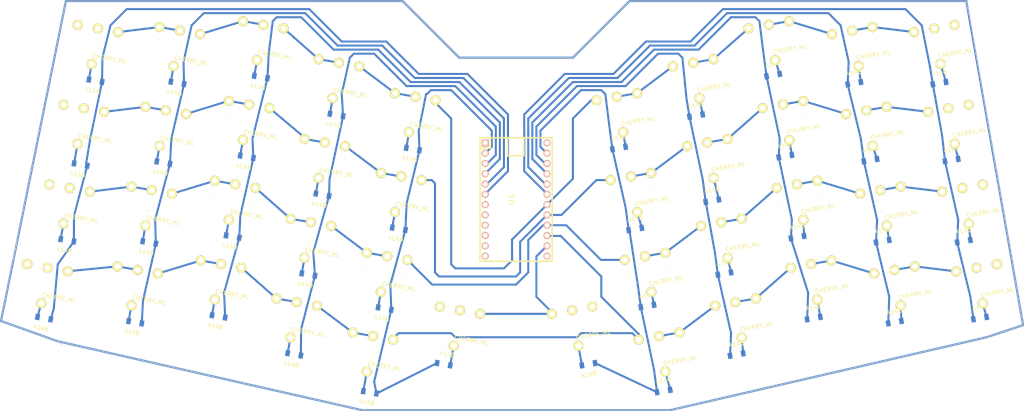
<source format=kicad_pcb>
(kicad_pcb (version 4) (host pcbnew 4.0.2-stable)

  (general
    (links 158)
    (no_connects 0)
    (area 27.829312 50.549999 273.316318 149.349587)
    (thickness 1.6)
    (drawings 16)
    (tracks 364)
    (zones 0)
    (modules 85)
    (nets 119)
  )

  (page A4)
  (layers
    (0 F.Cu signal)
    (31 B.Cu signal)
    (32 B.Adhes user)
    (33 F.Adhes user)
    (34 B.Paste user)
    (35 F.Paste user)
    (36 B.SilkS user)
    (37 F.SilkS user)
    (38 B.Mask user)
    (39 F.Mask user)
    (40 Dwgs.User user)
    (41 Cmts.User user)
    (42 Eco1.User user)
    (43 Eco2.User user)
    (44 Edge.Cuts user)
    (45 Margin user)
    (46 B.CrtYd user)
    (47 F.CrtYd user)
    (48 B.Fab user)
    (49 F.Fab user)
  )

  (setup
    (last_trace_width 0.5)
    (trace_clearance 0.2)
    (zone_clearance 0.508)
    (zone_45_only no)
    (trace_min 0.5)
    (segment_width 0.2)
    (edge_width 0.15)
    (via_size 0.6)
    (via_drill 0.4)
    (via_min_size 0.4)
    (via_min_drill 0.3)
    (uvia_size 0.3)
    (uvia_drill 0.1)
    (uvias_allowed no)
    (uvia_min_size 0.2)
    (uvia_min_drill 0.1)
    (pcb_text_width 0.3)
    (pcb_text_size 1.5 1.5)
    (mod_edge_width 0.15)
    (mod_text_size 1 1)
    (mod_text_width 0.15)
    (pad_size 2.6 2.6)
    (pad_drill 2.6)
    (pad_to_mask_clearance 0.2)
    (aux_axis_origin 0 0)
    (visible_elements 7FFFFFFF)
    (pcbplotparams
      (layerselection 0x00030_80000001)
      (usegerberextensions false)
      (excludeedgelayer true)
      (linewidth 0.100000)
      (plotframeref false)
      (viasonmask false)
      (mode 1)
      (useauxorigin false)
      (hpglpennumber 1)
      (hpglpenspeed 20)
      (hpglpendiameter 15)
      (hpglpenoverlay 2)
      (psnegative false)
      (psa4output false)
      (plotreference true)
      (plotvalue true)
      (plotinvisibletext false)
      (padsonsilk false)
      (subtractmaskfromsilk false)
      (outputformat 1)
      (mirror false)
      (drillshape 0)
      (scaleselection 1)
      (outputdirectory ""))
  )

  (net 0 "")
  (net 1 "Net-(D1-Pad1)")
  (net 2 "Net-(D1-Pad2)")
  (net 3 "Net-(D2-Pad1)")
  (net 4 "Net-(D3-Pad1)")
  (net 5 "Net-(D4-Pad1)")
  (net 6 "Net-(D5-Pad1)")
  (net 7 "Net-(D5-Pad2)")
  (net 8 "Net-(D6-Pad1)")
  (net 9 "Net-(D7-Pad1)")
  (net 10 "Net-(D8-Pad1)")
  (net 11 "Net-(D9-Pad1)")
  (net 12 "Net-(D10-Pad2)")
  (net 13 "Net-(D10-Pad1)")
  (net 14 "Net-(D11-Pad1)")
  (net 15 "Net-(D12-Pad1)")
  (net 16 "Net-(D13-Pad1)")
  (net 17 "Net-(D13-Pad2)")
  (net 18 "Net-(D14-Pad1)")
  (net 19 "Net-(D15-Pad1)")
  (net 20 "Net-(D16-Pad1)")
  (net 21 "Net-(D17-Pad1)")
  (net 22 "Net-(D17-Pad2)")
  (net 23 "Net-(D18-Pad1)")
  (net 24 "Net-(D19-Pad1)")
  (net 25 "Net-(D20-Pad1)")
  (net 26 "Net-(D21-Pad1)")
  (net 27 "Net-(D22-Pad1)")
  (net 28 "Net-(D22-Pad2)")
  (net 29 "Net-(D23-Pad1)")
  (net 30 "Net-(D24-Pad1)")
  (net 31 "Net-(D25-Pad1)")
  (net 32 "Net-(D26-Pad1)")
  (net 33 "Net-(D27-Pad1)")
  (net 34 "Net-(D27-Pad2)")
  (net 35 "Net-(D28-Pad1)")
  (net 36 "Net-(D29-Pad1)")
  (net 37 "Net-(D30-Pad1)")
  (net 38 "Net-(D31-Pad1)")
  (net 39 "Net-(D31-Pad2)")
  (net 40 "Net-(D32-Pad1)")
  (net 41 "Net-(D33-Pad1)")
  (net 42 "Net-(D34-Pad1)")
  (net 43 "Net-(D35-Pad1)")
  (net 44 "Net-(D35-Pad2)")
  (net 45 "Net-(D36-Pad1)")
  (net 46 "Net-(D37-Pad1)")
  (net 47 "Net-(D38-Pad1)")
  (net 48 "Net-(D39-Pad1)")
  (net 49 "Net-(D39-Pad2)")
  (net 50 "Net-(D40-Pad1)")
  (net 51 "Net-(D41-Pad1)")
  (net 52 "Net-(D42-Pad1)")
  (net 53 "Net-(K1-Pad4)")
  (net 54 "Net-(K1-Pad3)")
  (net 55 "Net-(K1-Pad1)")
  (net 56 "Net-(K2-Pad4)")
  (net 57 "Net-(K2-Pad3)")
  (net 58 "Net-(K2-Pad1)")
  (net 59 "Net-(K3-Pad4)")
  (net 60 "Net-(K3-Pad3)")
  (net 61 "Net-(K3-Pad1)")
  (net 62 "Net-(K4-Pad4)")
  (net 63 "Net-(K4-Pad3)")
  (net 64 "Net-(K4-Pad1)")
  (net 65 "Net-(K5-Pad4)")
  (net 66 "Net-(K10-Pad1)")
  (net 67 "Net-(K11-Pad1)")
  (net 68 "Net-(K12-Pad1)")
  (net 69 "Net-(K13-Pad1)")
  (net 70 "Net-(K10-Pad4)")
  (net 71 "Net-(K11-Pad4)")
  (net 72 "Net-(K12-Pad4)")
  (net 73 "Net-(K13-Pad4)")
  (net 74 "Net-(K14-Pad4)")
  (net 75 "Net-(K15-Pad4)")
  (net 76 "Net-(K16-Pad4)")
  (net 77 "Net-(K17-Pad4)")
  (net 78 "Net-(K18-Pad4)")
  (net 79 "Net-(K19-Pad4)")
  (net 80 "Net-(K20-Pad4)")
  (net 81 "Net-(K21-Pad4)")
  (net 82 "Net-(K21-Pad3)")
  (net 83 "Net-(K21-Pad1)")
  (net 84 "Net-(K22-Pad1)")
  (net 85 "Net-(K23-Pad1)")
  (net 86 "Net-(K24-Pad1)")
  (net 87 "Net-(K25-Pad1)")
  (net 88 "Net-(K26-Pad1)")
  (net 89 "Net-(K27-Pad1)")
  (net 90 "Net-(K28-Pad1)")
  (net 91 "Net-(K29-Pad1)")
  (net 92 "Net-(K30-Pad1)")
  (net 93 "Net-(K31-Pad1)")
  (net 94 "Net-(K32-Pad1)")
  (net 95 "Net-(K33-Pad1)")
  (net 96 "Net-(K34-Pad1)")
  (net 97 "Net-(K35-Pad1)")
  (net 98 "Net-(K36-Pad1)")
  (net 99 "Net-(K37-Pad1)")
  (net 100 "Net-(K38-Pad1)")
  (net 101 "Net-(K39-Pad1)")
  (net 102 "Net-(K40-Pad1)")
  (net 103 "Net-(K41-Pad1)")
  (net 104 "Net-(K42-Pad1)")
  (net 105 "Net-(U1-Pad1)")
  (net 106 "Net-(U1-Pad29)")
  (net 107 "Net-(K39-Pad4)")
  (net 108 "Net-(K40-Pad4)")
  (net 109 "Net-(K41-Pad4)")
  (net 110 "Net-(K42-Pad4)")
  (net 111 "Net-(U1-Pad7)")
  (net 112 "Net-(U1-Pad8)")
  (net 113 "Net-(U1-Pad9)")
  (net 114 "Net-(U1-Pad10)")
  (net 115 "Net-(U1-Pad11)")
  (net 116 "Net-(U1-Pad12)")
  (net 117 "Net-(U1-Pad18)")
  (net 118 "Net-(K22-Pad4)")

  (net_class Default "This is the default net class."
    (clearance 0.2)
    (trace_width 0.5)
    (via_dia 0.6)
    (via_drill 0.4)
    (uvia_dia 0.3)
    (uvia_drill 0.1)
    (add_net "Net-(D1-Pad1)")
    (add_net "Net-(D1-Pad2)")
    (add_net "Net-(D10-Pad1)")
    (add_net "Net-(D10-Pad2)")
    (add_net "Net-(D11-Pad1)")
    (add_net "Net-(D12-Pad1)")
    (add_net "Net-(D13-Pad1)")
    (add_net "Net-(D13-Pad2)")
    (add_net "Net-(D14-Pad1)")
    (add_net "Net-(D15-Pad1)")
    (add_net "Net-(D16-Pad1)")
    (add_net "Net-(D17-Pad1)")
    (add_net "Net-(D17-Pad2)")
    (add_net "Net-(D18-Pad1)")
    (add_net "Net-(D19-Pad1)")
    (add_net "Net-(D2-Pad1)")
    (add_net "Net-(D20-Pad1)")
    (add_net "Net-(D21-Pad1)")
    (add_net "Net-(D22-Pad1)")
    (add_net "Net-(D22-Pad2)")
    (add_net "Net-(D23-Pad1)")
    (add_net "Net-(D24-Pad1)")
    (add_net "Net-(D25-Pad1)")
    (add_net "Net-(D26-Pad1)")
    (add_net "Net-(D27-Pad1)")
    (add_net "Net-(D27-Pad2)")
    (add_net "Net-(D28-Pad1)")
    (add_net "Net-(D29-Pad1)")
    (add_net "Net-(D3-Pad1)")
    (add_net "Net-(D30-Pad1)")
    (add_net "Net-(D31-Pad1)")
    (add_net "Net-(D31-Pad2)")
    (add_net "Net-(D32-Pad1)")
    (add_net "Net-(D33-Pad1)")
    (add_net "Net-(D34-Pad1)")
    (add_net "Net-(D35-Pad1)")
    (add_net "Net-(D35-Pad2)")
    (add_net "Net-(D36-Pad1)")
    (add_net "Net-(D37-Pad1)")
    (add_net "Net-(D38-Pad1)")
    (add_net "Net-(D39-Pad1)")
    (add_net "Net-(D39-Pad2)")
    (add_net "Net-(D4-Pad1)")
    (add_net "Net-(D40-Pad1)")
    (add_net "Net-(D41-Pad1)")
    (add_net "Net-(D42-Pad1)")
    (add_net "Net-(D5-Pad1)")
    (add_net "Net-(D5-Pad2)")
    (add_net "Net-(D6-Pad1)")
    (add_net "Net-(D7-Pad1)")
    (add_net "Net-(D8-Pad1)")
    (add_net "Net-(D9-Pad1)")
    (add_net "Net-(K1-Pad1)")
    (add_net "Net-(K1-Pad3)")
    (add_net "Net-(K1-Pad4)")
    (add_net "Net-(K10-Pad1)")
    (add_net "Net-(K10-Pad4)")
    (add_net "Net-(K11-Pad1)")
    (add_net "Net-(K11-Pad4)")
    (add_net "Net-(K12-Pad1)")
    (add_net "Net-(K12-Pad4)")
    (add_net "Net-(K13-Pad1)")
    (add_net "Net-(K13-Pad4)")
    (add_net "Net-(K14-Pad4)")
    (add_net "Net-(K15-Pad4)")
    (add_net "Net-(K16-Pad4)")
    (add_net "Net-(K17-Pad4)")
    (add_net "Net-(K18-Pad4)")
    (add_net "Net-(K19-Pad4)")
    (add_net "Net-(K2-Pad1)")
    (add_net "Net-(K2-Pad3)")
    (add_net "Net-(K2-Pad4)")
    (add_net "Net-(K20-Pad4)")
    (add_net "Net-(K21-Pad1)")
    (add_net "Net-(K21-Pad3)")
    (add_net "Net-(K21-Pad4)")
    (add_net "Net-(K22-Pad1)")
    (add_net "Net-(K22-Pad4)")
    (add_net "Net-(K23-Pad1)")
    (add_net "Net-(K24-Pad1)")
    (add_net "Net-(K25-Pad1)")
    (add_net "Net-(K26-Pad1)")
    (add_net "Net-(K27-Pad1)")
    (add_net "Net-(K28-Pad1)")
    (add_net "Net-(K29-Pad1)")
    (add_net "Net-(K3-Pad1)")
    (add_net "Net-(K3-Pad3)")
    (add_net "Net-(K3-Pad4)")
    (add_net "Net-(K30-Pad1)")
    (add_net "Net-(K31-Pad1)")
    (add_net "Net-(K32-Pad1)")
    (add_net "Net-(K33-Pad1)")
    (add_net "Net-(K34-Pad1)")
    (add_net "Net-(K35-Pad1)")
    (add_net "Net-(K36-Pad1)")
    (add_net "Net-(K37-Pad1)")
    (add_net "Net-(K38-Pad1)")
    (add_net "Net-(K39-Pad1)")
    (add_net "Net-(K39-Pad4)")
    (add_net "Net-(K4-Pad1)")
    (add_net "Net-(K4-Pad3)")
    (add_net "Net-(K4-Pad4)")
    (add_net "Net-(K40-Pad1)")
    (add_net "Net-(K40-Pad4)")
    (add_net "Net-(K41-Pad1)")
    (add_net "Net-(K41-Pad4)")
    (add_net "Net-(K42-Pad1)")
    (add_net "Net-(K42-Pad4)")
    (add_net "Net-(K5-Pad4)")
    (add_net "Net-(U1-Pad1)")
    (add_net "Net-(U1-Pad10)")
    (add_net "Net-(U1-Pad11)")
    (add_net "Net-(U1-Pad12)")
    (add_net "Net-(U1-Pad18)")
    (add_net "Net-(U1-Pad29)")
    (add_net "Net-(U1-Pad7)")
    (add_net "Net-(U1-Pad8)")
    (add_net "Net-(U1-Pad9)")
  )

  (module Teensy:TEENSY_2.0-Compact (layer F.Cu) (tedit 517A8748) (tstamp 56F933AA)
    (at 150 98 270)
    (path /56FBFB10)
    (fp_text reference U1 (at 0 1.143 270) (layer F.SilkS)
      (effects (font (size 1.27 1.524) (thickness 0.2032)))
    )
    (fp_text value TEENSY2.0-Compact (at 0 -0.889 270) (layer F.SilkS) hide
      (effects (font (size 1.27 1.524) (thickness 0.2032)))
    )
    (fp_line (start -15.24 2.0955) (end -10.795 2.0955) (layer F.SilkS) (width 0.381))
    (fp_line (start -10.795 2.0955) (end -10.795 -1.905) (layer F.SilkS) (width 0.381))
    (fp_line (start -10.795 -1.905) (end -15.24 -1.905) (layer F.SilkS) (width 0.381))
    (fp_line (start -15.24 -8.89) (end -15.24 8.89) (layer F.SilkS) (width 0.381))
    (fp_line (start -15.24 8.89) (end 15.24 8.89) (layer F.SilkS) (width 0.381))
    (fp_line (start 15.24 8.89) (end 15.24 -8.89) (layer F.SilkS) (width 0.381))
    (fp_line (start 15.24 -8.89) (end -15.24 -8.89) (layer F.SilkS) (width 0.381))
    (fp_line (start -15.24 6.35) (end -12.7 6.35) (layer F.SilkS) (width 0.381))
    (fp_line (start -12.7 6.35) (end -12.7 8.89) (layer F.SilkS) (width 0.381))
    (pad 1 thru_hole rect (at -13.97 7.62 270) (size 1.7526 1.7526) (drill 1.0922) (layers *.Cu *.SilkS *.Mask)
      (net 105 "Net-(U1-Pad1)"))
    (pad 2 thru_hole circle (at -11.43 7.62 270) (size 1.7526 1.7526) (drill 1.0922) (layers *.Cu *.SilkS *.Mask)
      (net 22 "Net-(D17-Pad2)"))
    (pad 3 thru_hole circle (at -8.89 7.62 270) (size 1.7526 1.7526) (drill 1.0922) (layers *.Cu *.SilkS *.Mask)
      (net 17 "Net-(D13-Pad2)"))
    (pad 4 thru_hole circle (at -6.35 7.62 270) (size 1.7526 1.7526) (drill 1.0922) (layers *.Cu *.SilkS *.Mask)
      (net 12 "Net-(D10-Pad2)"))
    (pad 5 thru_hole circle (at -3.81 7.62 270) (size 1.7526 1.7526) (drill 1.0922) (layers *.Cu *.SilkS *.Mask)
      (net 7 "Net-(D5-Pad2)"))
    (pad 6 thru_hole circle (at -1.27 7.62 270) (size 1.7526 1.7526) (drill 1.0922) (layers *.Cu *.SilkS *.Mask)
      (net 2 "Net-(D1-Pad2)"))
    (pad 7 thru_hole circle (at 1.27 7.62 270) (size 1.7526 1.7526) (drill 1.0922) (layers *.Cu *.SilkS *.Mask)
      (net 111 "Net-(U1-Pad7)"))
    (pad 8 thru_hole circle (at 3.81 7.62 270) (size 1.7526 1.7526) (drill 1.0922) (layers *.Cu *.SilkS *.Mask)
      (net 112 "Net-(U1-Pad8)"))
    (pad 9 thru_hole circle (at 6.35 7.62 270) (size 1.7526 1.7526) (drill 1.0922) (layers *.Cu *.SilkS *.Mask)
      (net 113 "Net-(U1-Pad9)"))
    (pad 10 thru_hole circle (at 8.89 7.62 270) (size 1.7526 1.7526) (drill 1.0922) (layers *.Cu *.SilkS *.Mask)
      (net 114 "Net-(U1-Pad10)"))
    (pad 11 thru_hole circle (at 11.43 7.62 270) (size 1.7526 1.7526) (drill 1.0922) (layers *.Cu *.SilkS *.Mask)
      (net 115 "Net-(U1-Pad11)"))
    (pad 12 thru_hole circle (at 13.97 7.62 270) (size 1.7526 1.7526) (drill 1.0922) (layers *.Cu *.SilkS *.Mask)
      (net 116 "Net-(U1-Pad12)"))
    (pad 18 thru_hole circle (at 13.97 -7.62 270) (size 1.7526 1.7526) (drill 1.0922) (layers *.Cu *.SilkS *.Mask)
      (net 117 "Net-(U1-Pad18)"))
    (pad 19 thru_hole circle (at 11.43 -7.62 270) (size 1.7526 1.7526) (drill 1.0922) (layers *.Cu *.SilkS *.Mask)
      (net 81 "Net-(K21-Pad4)"))
    (pad 20 thru_hole circle (at 8.89 -7.62 270) (size 1.7526 1.7526) (drill 1.0922) (layers *.Cu *.SilkS *.Mask)
      (net 80 "Net-(K20-Pad4)"))
    (pad 21 thru_hole circle (at 6.35 -7.62 270) (size 1.7526 1.7526) (drill 1.0922) (layers *.Cu *.SilkS *.Mask)
      (net 79 "Net-(K19-Pad4)"))
    (pad 22 thru_hole circle (at 3.81 -7.62 270) (size 1.7526 1.7526) (drill 1.0922) (layers *.Cu *.SilkS *.Mask)
      (net 78 "Net-(K18-Pad4)"))
    (pad 23 thru_hole circle (at 1.27 -7.62 270) (size 1.7526 1.7526) (drill 1.0922) (layers *.Cu *.SilkS *.Mask)
      (net 77 "Net-(K17-Pad4)"))
    (pad 24 thru_hole circle (at -1.27 -7.62 270) (size 1.7526 1.7526) (drill 1.0922) (layers *.Cu *.SilkS *.Mask)
      (net 49 "Net-(D39-Pad2)"))
    (pad 25 thru_hole circle (at -3.81 -7.62 270) (size 1.7526 1.7526) (drill 1.0922) (layers *.Cu *.SilkS *.Mask)
      (net 44 "Net-(D35-Pad2)"))
    (pad 26 thru_hole circle (at -6.35 -7.62 270) (size 1.7526 1.7526) (drill 1.0922) (layers *.Cu *.SilkS *.Mask)
      (net 39 "Net-(D31-Pad2)"))
    (pad 27 thru_hole circle (at -8.89 -7.62 270) (size 1.7526 1.7526) (drill 1.0922) (layers *.Cu *.SilkS *.Mask)
      (net 34 "Net-(D27-Pad2)"))
    (pad 28 thru_hole circle (at -11.43 -7.62 270) (size 1.7526 1.7526) (drill 1.0922) (layers *.Cu *.SilkS *.Mask)
      (net 28 "Net-(D22-Pad2)"))
    (pad 29 thru_hole circle (at -13.97 -7.62 270) (size 1.7526 1.7526) (drill 1.0922) (layers *.Cu *.SilkS *.Mask)
      (net 106 "Net-(U1-Pad29)"))
  )

  (module CHERRY_ML:CHERRY_ML (layer F.Cu) (tedit 5650E626) (tstamp 56F9331B)
    (at 223.39769 117.692247 10)
    (path /56F9BBF7)
    (fp_text reference K34 (at -3.556 3.048 10) (layer F.SilkS) hide
      (effects (font (size 1 1) (thickness 0.15)))
    )
    (fp_text value CHERRY_ML (at 4.064 3.048 10) (layer F.SilkS)
      (effects (font (size 1 1) (thickness 0.15)))
    )
    (pad "" np_thru_hole circle (at 0 0 10) (size 2.6 2.6) (drill 2.6) (layers *.Cu *.Mask F.SilkS))
    (pad "" np_thru_hole circle (at -5.08 0 10) (size 1.55 1.55) (drill 1.55) (layers *.Cu *.Mask F.SilkS))
    (pad "" np_thru_hole circle (at 5.08 0 10) (size 1.55 1.55) (drill 1.55) (layers *.Cu *.Mask F.SilkS))
    (pad 4 thru_hole circle (at 5.08 -3.81 10) (size 2.5 2.5) (drill 1.4) (layers *.Cu *.Mask F.SilkS)
      (net 96 "Net-(K34-Pad1)"))
    (pad 3 thru_hole circle (at -5.08 -3.81 10) (size 2.5 2.5) (drill 1.4) (layers *.Cu *.Mask F.SilkS)
      (net 92 "Net-(K30-Pad1)"))
    (pad 2 thru_hole circle (at 0 5.08 10) (size 2.5 2.5) (drill 1.5) (layers *.Cu *.Mask F.SilkS)
      (net 42 "Net-(D34-Pad1)"))
    (pad 1 thru_hole circle (at 0 -3.81 10) (size 2.5 2.5) (drill 1.4) (layers *.Cu *.Mask F.SilkS)
      (net 96 "Net-(K34-Pad1)"))
  )

  (module CHERRY_ML:CHERRY_ML (layer F.Cu) (tedit 5650E626) (tstamp 56F9333C)
    (at 240.489122 99.447167 10)
    (path /56F9BBC1)
    (fp_text reference K37 (at -3.556 3.048 10) (layer F.SilkS) hide
      (effects (font (size 1 1) (thickness 0.15)))
    )
    (fp_text value CHERRY_ML (at 4.064 3.048 10) (layer F.SilkS)
      (effects (font (size 1 1) (thickness 0.15)))
    )
    (pad "" np_thru_hole circle (at 0 0 10) (size 2.6 2.6) (drill 2.6) (layers *.Cu *.Mask F.SilkS))
    (pad "" np_thru_hole circle (at -5.08 0 10) (size 1.55 1.55) (drill 1.55) (layers *.Cu *.Mask F.SilkS))
    (pad "" np_thru_hole circle (at 5.08 0 10) (size 1.55 1.55) (drill 1.55) (layers *.Cu *.Mask F.SilkS))
    (pad 4 thru_hole circle (at 5.08 -3.81 10) (size 2.5 2.5) (drill 1.4) (layers *.Cu *.Mask F.SilkS)
      (net 99 "Net-(K37-Pad1)"))
    (pad 3 thru_hole circle (at -5.08 -3.81 10) (size 2.5 2.5) (drill 1.4) (layers *.Cu *.Mask F.SilkS)
      (net 95 "Net-(K33-Pad1)"))
    (pad 2 thru_hole circle (at 0 5.08 10) (size 2.5 2.5) (drill 1.5) (layers *.Cu *.Mask F.SilkS)
      (net 46 "Net-(D37-Pad1)"))
    (pad 1 thru_hole circle (at 0 -3.81 10) (size 2.5 2.5) (drill 1.4) (layers *.Cu *.Mask F.SilkS)
      (net 99 "Net-(K37-Pad1)"))
  )

  (module 4148_rev2:4148_rev2 (layer F.Cu) (tedit 564105A0) (tstamp 56F930AF)
    (at 44.663192 68.401084 350)
    (path /56DE2BE7)
    (fp_text reference D1 (at 1.27 -2.54 350) (layer F.SilkS) hide
      (effects (font (size 1 1) (thickness 0.15)))
    )
    (fp_text value 4148 (at 1.27 2.54 350) (layer F.SilkS)
      (effects (font (size 1 1) (thickness 0.15)))
    )
    (pad 1 smd rect (at 0 0 350) (size 1.1 1.5) (layers B.Cu F.Paste F.Mask)
      (net 1 "Net-(D1-Pad1)"))
    (pad 2 smd rect (at 3.3 0 350) (size 1.1 1.5) (layers B.Cu F.Paste F.Mask)
      (net 2 "Net-(D1-Pad2)"))
  )

  (module 4148_rev2:4148_rev2 (layer F.Cu) (tedit 564105A0) (tstamp 56F930B5)
    (at 41.01658 89.082047 350)
    (path /56DE31F2)
    (fp_text reference D2 (at 1.27 -2.54 350) (layer F.SilkS) hide
      (effects (font (size 1 1) (thickness 0.15)))
    )
    (fp_text value 4148 (at 1.27 2.54 350) (layer F.SilkS)
      (effects (font (size 1 1) (thickness 0.15)))
    )
    (pad 1 smd rect (at 0 0 350) (size 1.1 1.5) (layers B.Cu F.Paste F.Mask)
      (net 3 "Net-(D2-Pad1)"))
    (pad 2 smd rect (at 3.3 0 350) (size 1.1 1.5) (layers B.Cu F.Paste F.Mask)
      (net 2 "Net-(D1-Pad2)"))
  )

  (module 4148_rev2:4148_rev2 (layer F.Cu) (tedit 564105A0) (tstamp 56F930BB)
    (at 37.717265 107.793394 350)
    (path /56DE3887)
    (fp_text reference D3 (at 1.27 -2.54 350) (layer F.SilkS) hide
      (effects (font (size 1 1) (thickness 0.15)))
    )
    (fp_text value 4148 (at 1.27 2.54 350) (layer F.SilkS)
      (effects (font (size 1 1) (thickness 0.15)))
    )
    (pad 1 smd rect (at 0 0 350) (size 1.1 1.5) (layers B.Cu F.Paste F.Mask)
      (net 4 "Net-(D3-Pad1)"))
    (pad 2 smd rect (at 3.3 0 350) (size 1.1 1.5) (layers B.Cu F.Paste F.Mask)
      (net 2 "Net-(D1-Pad2)"))
  )

  (module 4148_rev2:4148_rev2 (layer F.Cu) (tedit 564105A0) (tstamp 56F930C1)
    (at 32 127 350)
    (path /56DE38C8)
    (fp_text reference D4 (at 1.27 -2.54 350) (layer F.SilkS) hide
      (effects (font (size 1 1) (thickness 0.15)))
    )
    (fp_text value 4148 (at 1.27 2.54 350) (layer F.SilkS)
      (effects (font (size 1 1) (thickness 0.15)))
    )
    (pad 1 smd rect (at 0 0 350) (size 1.1 1.5) (layers B.Cu F.Paste F.Mask)
      (net 5 "Net-(D4-Pad1)"))
    (pad 2 smd rect (at 3.3 0 350) (size 1.1 1.5) (layers B.Cu F.Paste F.Mask)
      (net 2 "Net-(D1-Pad2)"))
  )

  (module 4148_rev2:4148_rev2 (layer F.Cu) (tedit 564105A0) (tstamp 56F930C7)
    (at 64.880291 68.919624 350)
    (path /56DE2CD0)
    (fp_text reference D5 (at 1.27 -2.54 350) (layer F.SilkS) hide
      (effects (font (size 1 1) (thickness 0.15)))
    )
    (fp_text value 4148 (at 1.27 2.54 350) (layer F.SilkS)
      (effects (font (size 1 1) (thickness 0.15)))
    )
    (pad 1 smd rect (at 0 0 350) (size 1.1 1.5) (layers B.Cu F.Paste F.Mask)
      (net 6 "Net-(D5-Pad1)"))
    (pad 2 smd rect (at 3.3 0 350) (size 1.1 1.5) (layers B.Cu F.Paste F.Mask)
      (net 7 "Net-(D5-Pad2)"))
  )

  (module 4148_rev2:4148_rev2 (layer F.Cu) (tedit 564105A0) (tstamp 56F930CD)
    (at 61.407328 88.615779 350)
    (path /56DE31F8)
    (fp_text reference D6 (at 1.27 -2.54 350) (layer F.SilkS) hide
      (effects (font (size 1 1) (thickness 0.15)))
    )
    (fp_text value 4148 (at 1.27 2.54 350) (layer F.SilkS)
      (effects (font (size 1 1) (thickness 0.15)))
    )
    (pad 1 smd rect (at 0 0 350) (size 1.1 1.5) (layers B.Cu F.Paste F.Mask)
      (net 8 "Net-(D6-Pad1)"))
    (pad 2 smd rect (at 3.3 0 350) (size 1.1 1.5) (layers B.Cu F.Paste F.Mask)
      (net 7 "Net-(D5-Pad2)"))
  )

  (module 4148_rev2:4148_rev2 (layer F.Cu) (tedit 564105A0) (tstamp 56F930D3)
    (at 57.934364 108.311934 350)
    (path /56DE388D)
    (fp_text reference D7 (at 1.27 -2.54 350) (layer F.SilkS) hide
      (effects (font (size 1 1) (thickness 0.15)))
    )
    (fp_text value 4148 (at 1.27 2.54 350) (layer F.SilkS)
      (effects (font (size 1 1) (thickness 0.15)))
    )
    (pad 1 smd rect (at 0 0 350) (size 1.1 1.5) (layers B.Cu F.Paste F.Mask)
      (net 9 "Net-(D7-Pad1)"))
    (pad 2 smd rect (at 3.3 0 350) (size 1.1 1.5) (layers B.Cu F.Paste F.Mask)
      (net 7 "Net-(D5-Pad2)"))
  )

  (module 4148_rev2:4148_rev2 (layer F.Cu) (tedit 564105A0) (tstamp 56F930D9)
    (at 54.461401 128.008089 350)
    (path /56DE38CE)
    (fp_text reference D8 (at 1.27 -2.54 350) (layer F.SilkS) hide
      (effects (font (size 1 1) (thickness 0.15)))
    )
    (fp_text value 4148 (at 1.27 2.54 350) (layer F.SilkS)
      (effects (font (size 1 1) (thickness 0.15)))
    )
    (pad 1 smd rect (at 0 0 350) (size 1.1 1.5) (layers B.Cu F.Paste F.Mask)
      (net 10 "Net-(D8-Pad1)"))
    (pad 2 smd rect (at 3.3 0 350) (size 1.1 1.5) (layers B.Cu F.Paste F.Mask)
      (net 7 "Net-(D5-Pad2)"))
  )

  (module 4148_rev2:4148_rev2 (layer F.Cu) (tedit 564105A0) (tstamp 56F930DF)
    (at 85.444687 67.468549 350)
    (path /56DE2D19)
    (fp_text reference D9 (at 1.27 -2.54 350) (layer F.SilkS) hide
      (effects (font (size 1 1) (thickness 0.15)))
    )
    (fp_text value 4148 (at 1.27 2.54 350) (layer F.SilkS)
      (effects (font (size 1 1) (thickness 0.15)))
    )
    (pad 1 smd rect (at 0 0 350) (size 1.1 1.5) (layers B.Cu F.Paste F.Mask)
      (net 11 "Net-(D9-Pad1)"))
    (pad 2 smd rect (at 3.3 0 350) (size 1.1 1.5) (layers B.Cu F.Paste F.Mask)
      (net 12 "Net-(D10-Pad2)"))
  )

  (module 4148_rev2:4148_rev2 (layer F.Cu) (tedit 564105A0) (tstamp 56F930E5)
    (at 81.971724 87.164704 350)
    (path /56DE31FE)
    (fp_text reference D10 (at 1.27 -2.54 350) (layer F.SilkS) hide
      (effects (font (size 1 1) (thickness 0.15)))
    )
    (fp_text value 4148 (at 1.27 2.54 350) (layer F.SilkS)
      (effects (font (size 1 1) (thickness 0.15)))
    )
    (pad 1 smd rect (at 0 0 350) (size 1.1 1.5) (layers B.Cu F.Paste F.Mask)
      (net 13 "Net-(D10-Pad1)"))
    (pad 2 smd rect (at 3.3 0 350) (size 1.1 1.5) (layers B.Cu F.Paste F.Mask)
      (net 12 "Net-(D10-Pad2)"))
  )

  (module 4148_rev2:4148_rev2 (layer F.Cu) (tedit 564105A0) (tstamp 56F930EB)
    (at 78.49876 106.860859 350)
    (path /56DE3893)
    (fp_text reference D11 (at 1.27 -2.54 350) (layer F.SilkS) hide
      (effects (font (size 1 1) (thickness 0.15)))
    )
    (fp_text value 4148 (at 1.27 2.54 350) (layer F.SilkS)
      (effects (font (size 1 1) (thickness 0.15)))
    )
    (pad 1 smd rect (at 0 0 350) (size 1.1 1.5) (layers B.Cu F.Paste F.Mask)
      (net 14 "Net-(D11-Pad1)"))
    (pad 2 smd rect (at 3.3 0 350) (size 1.1 1.5) (layers B.Cu F.Paste F.Mask)
      (net 12 "Net-(D10-Pad2)"))
  )

  (module 4148_rev2:4148_rev2 (layer F.Cu) (tedit 564105A0) (tstamp 56F930F1)
    (at 75.025797 126.557014 350)
    (path /56DE38D4)
    (fp_text reference D12 (at 1.27 -2.54 350) (layer F.SilkS) hide
      (effects (font (size 1 1) (thickness 0.15)))
    )
    (fp_text value 4148 (at 1.27 2.54 350) (layer F.SilkS)
      (effects (font (size 1 1) (thickness 0.15)))
    )
    (pad 1 smd rect (at 0 0 350) (size 1.1 1.5) (layers B.Cu F.Paste F.Mask)
      (net 15 "Net-(D12-Pad1)"))
    (pad 2 smd rect (at 3.3 0 350) (size 1.1 1.5) (layers B.Cu F.Paste F.Mask)
      (net 12 "Net-(D10-Pad2)"))
  )

  (module 4148_rev2:4148_rev2 (layer F.Cu) (tedit 564105A0) (tstamp 56F930F7)
    (at 104.098953 76.850359 350)
    (path /56DE2D69)
    (fp_text reference D13 (at 1.27 -2.54 350) (layer F.SilkS) hide
      (effects (font (size 1 1) (thickness 0.15)))
    )
    (fp_text value 4148 (at 1.27 2.54 350) (layer F.SilkS)
      (effects (font (size 1 1) (thickness 0.15)))
    )
    (pad 1 smd rect (at 0 0 350) (size 1.1 1.5) (layers B.Cu F.Paste F.Mask)
      (net 16 "Net-(D13-Pad1)"))
    (pad 2 smd rect (at 3.3 0 350) (size 1.1 1.5) (layers B.Cu F.Paste F.Mask)
      (net 17 "Net-(D13-Pad2)"))
  )

  (module 4148_rev2:4148_rev2 (layer F.Cu) (tedit 564105A0) (tstamp 56F930FD)
    (at 100.62599 96.546514 350)
    (path /56DE3204)
    (fp_text reference D14 (at 1.27 -2.54 350) (layer F.SilkS) hide
      (effects (font (size 1 1) (thickness 0.15)))
    )
    (fp_text value 4148 (at 1.27 2.54 350) (layer F.SilkS)
      (effects (font (size 1 1) (thickness 0.15)))
    )
    (pad 1 smd rect (at 0 0 350) (size 1.1 1.5) (layers B.Cu F.Paste F.Mask)
      (net 18 "Net-(D14-Pad1)"))
    (pad 2 smd rect (at 3.3 0 350) (size 1.1 1.5) (layers B.Cu F.Paste F.Mask)
      (net 17 "Net-(D13-Pad2)"))
  )

  (module 4148_rev2:4148_rev2 (layer F.Cu) (tedit 564105A0) (tstamp 56F93103)
    (at 97.153026 116.242669 350)
    (path /56DE3899)
    (fp_text reference D15 (at 1.27 -2.54 350) (layer F.SilkS) hide
      (effects (font (size 1 1) (thickness 0.15)))
    )
    (fp_text value 4148 (at 1.27 2.54 350) (layer F.SilkS)
      (effects (font (size 1 1) (thickness 0.15)))
    )
    (pad 1 smd rect (at 0 0 350) (size 1.1 1.5) (layers B.Cu F.Paste F.Mask)
      (net 19 "Net-(D15-Pad1)"))
    (pad 2 smd rect (at 3.3 0 350) (size 1.1 1.5) (layers B.Cu F.Paste F.Mask)
      (net 17 "Net-(D13-Pad2)"))
  )

  (module 4148_rev2:4148_rev2 (layer F.Cu) (tedit 564105A0) (tstamp 56F93109)
    (at 93.680063 135.938824 350)
    (path /56DE38DA)
    (fp_text reference D16 (at 1.27 -2.54 350) (layer F.SilkS) hide
      (effects (font (size 1 1) (thickness 0.15)))
    )
    (fp_text value 4148 (at 1.27 2.54 350) (layer F.SilkS)
      (effects (font (size 1 1) (thickness 0.15)))
    )
    (pad 1 smd rect (at 0 0 350) (size 1.1 1.5) (layers B.Cu F.Paste F.Mask)
      (net 20 "Net-(D16-Pad1)"))
    (pad 2 smd rect (at 3.3 0 350) (size 1.1 1.5) (layers B.Cu F.Paste F.Mask)
      (net 17 "Net-(D13-Pad2)"))
  )

  (module 4148_rev2:4148_rev2 (layer F.Cu) (tedit 564105A0) (tstamp 56F9310F)
    (at 122.926867 85.247361 350)
    (path /56DE2DA8)
    (fp_text reference D17 (at 1.27 -2.54 350) (layer F.SilkS) hide
      (effects (font (size 1 1) (thickness 0.15)))
    )
    (fp_text value 4148 (at 1.27 2.54 350) (layer F.SilkS)
      (effects (font (size 1 1) (thickness 0.15)))
    )
    (pad 1 smd rect (at 0 0 350) (size 1.1 1.5) (layers B.Cu F.Paste F.Mask)
      (net 21 "Net-(D17-Pad1)"))
    (pad 2 smd rect (at 3.3 0 350) (size 1.1 1.5) (layers B.Cu F.Paste F.Mask)
      (net 22 "Net-(D17-Pad2)"))
  )

  (module 4148_rev2:4148_rev2 (layer F.Cu) (tedit 564105A0) (tstamp 56F93115)
    (at 119.453904 104.943516 350)
    (path /56DE320A)
    (fp_text reference D18 (at 1.27 -2.54 350) (layer F.SilkS) hide
      (effects (font (size 1 1) (thickness 0.15)))
    )
    (fp_text value 4148 (at 1.27 2.54 350) (layer F.SilkS)
      (effects (font (size 1 1) (thickness 0.15)))
    )
    (pad 1 smd rect (at 0 0 350) (size 1.1 1.5) (layers B.Cu F.Paste F.Mask)
      (net 23 "Net-(D18-Pad1)"))
    (pad 2 smd rect (at 3.3 0 350) (size 1.1 1.5) (layers B.Cu F.Paste F.Mask)
      (net 22 "Net-(D17-Pad2)"))
  )

  (module 4148_rev2:4148_rev2 (layer F.Cu) (tedit 564105A0) (tstamp 56F9311B)
    (at 115.98094 124.639671 350)
    (path /56DE389F)
    (fp_text reference D19 (at 1.27 -2.54 350) (layer F.SilkS) hide
      (effects (font (size 1 1) (thickness 0.15)))
    )
    (fp_text value 4148 (at 1.27 2.54 350) (layer F.SilkS)
      (effects (font (size 1 1) (thickness 0.15)))
    )
    (pad 1 smd rect (at 0 0 350) (size 1.1 1.5) (layers B.Cu F.Paste F.Mask)
      (net 24 "Net-(D19-Pad1)"))
    (pad 2 smd rect (at 3.3 0 350) (size 1.1 1.5) (layers B.Cu F.Paste F.Mask)
      (net 22 "Net-(D17-Pad2)"))
  )

  (module 4148_rev2:4148_rev2 (layer F.Cu) (tedit 564105A0) (tstamp 56F93121)
    (at 112.334329 145.320634 350)
    (path /56DE38E0)
    (fp_text reference D20 (at 1.27 -2.54 350) (layer F.SilkS) hide
      (effects (font (size 1 1) (thickness 0.15)))
    )
    (fp_text value 4148 (at 1.27 2.54 350) (layer F.SilkS)
      (effects (font (size 1 1) (thickness 0.15)))
    )
    (pad 1 smd rect (at 0 0 350) (size 1.1 1.5) (layers B.Cu F.Paste F.Mask)
      (net 25 "Net-(D20-Pad1)"))
    (pad 2 smd rect (at 3.3 0 350) (size 1.1 1.5) (layers B.Cu F.Paste F.Mask)
      (net 22 "Net-(D17-Pad2)"))
  )

  (module 4148_rev2:4148_rev2 (layer F.Cu) (tedit 564105A0) (tstamp 56F93127)
    (at 133.766965 138.94552 170)
    (path /56DE52BB)
    (fp_text reference D21 (at 1.27 -2.54 170) (layer F.SilkS) hide
      (effects (font (size 1 1) (thickness 0.15)))
    )
    (fp_text value 4148 (at 1.27 2.54 170) (layer F.SilkS)
      (effects (font (size 1 1) (thickness 0.15)))
    )
    (pad 1 smd rect (at 0 0 170) (size 1.1 1.5) (layers B.Cu F.Paste F.Mask)
      (net 26 "Net-(D21-Pad1)"))
    (pad 2 smd rect (at 3.3 0 170) (size 1.1 1.5) (layers B.Cu F.Paste F.Mask)
      (net 22 "Net-(D17-Pad2)"))
  )

  (module 4148_rev2:4148_rev2 (layer F.Cu) (tedit 564105A0) (tstamp 56F9312D)
    (at 166.219354 138.944023 10)
    (path /56DF7368)
    (fp_text reference D22 (at 1.27 -2.54 10) (layer F.SilkS) hide
      (effects (font (size 1 1) (thickness 0.15)))
    )
    (fp_text value 4148 (at 1.27 2.54 10) (layer F.SilkS)
      (effects (font (size 1 1) (thickness 0.15)))
    )
    (pad 1 smd rect (at 0 0 10) (size 1.1 1.5) (layers B.Cu F.Paste F.Mask)
      (net 27 "Net-(D22-Pad1)"))
    (pad 2 smd rect (at 3.3 0 10) (size 1.1 1.5) (layers B.Cu F.Paste F.Mask)
      (net 28 "Net-(D22-Pad2)"))
  )

  (module 4148_rev2:4148_rev2 (layer F.Cu) (tedit 564105A0) (tstamp 56F93133)
    (at 177 85 190)
    (path /56F9BB55)
    (fp_text reference D23 (at 1.27 -2.54 190) (layer F.SilkS) hide
      (effects (font (size 1 1) (thickness 0.15)))
    )
    (fp_text value 4148 (at 1.27 2.54 190) (layer F.SilkS)
      (effects (font (size 1 1) (thickness 0.15)))
    )
    (pad 1 smd rect (at 0 0 190) (size 1.1 1.5) (layers B.Cu F.Paste F.Mask)
      (net 29 "Net-(D23-Pad1)"))
    (pad 2 smd rect (at 3.3 0 190) (size 1.1 1.5) (layers B.Cu F.Paste F.Mask)
      (net 28 "Net-(D22-Pad2)"))
  )

  (module 4148_rev2:4148_rev2 (layer F.Cu) (tedit 564105A0) (tstamp 56F93139)
    (at 181 105 190)
    (path /56F9BB91)
    (fp_text reference D24 (at 1.27 -2.54 190) (layer F.SilkS) hide
      (effects (font (size 1 1) (thickness 0.15)))
    )
    (fp_text value 4148 (at 1.27 2.54 190) (layer F.SilkS)
      (effects (font (size 1 1) (thickness 0.15)))
    )
    (pad 1 smd rect (at 0 0 190) (size 1.1 1.5) (layers B.Cu F.Paste F.Mask)
      (net 30 "Net-(D24-Pad1)"))
    (pad 2 smd rect (at 3.3 0 190) (size 1.1 1.5) (layers B.Cu F.Paste F.Mask)
      (net 28 "Net-(D22-Pad2)"))
  )

  (module 4148_rev2:4148_rev2 (layer F.Cu) (tedit 564105A0) (tstamp 56F9313F)
    (at 184 124 190)
    (path /56F9BBCD)
    (fp_text reference D25 (at 1.27 -2.54 190) (layer F.SilkS) hide
      (effects (font (size 1 1) (thickness 0.15)))
    )
    (fp_text value 4148 (at 1.27 2.54 190) (layer F.SilkS)
      (effects (font (size 1 1) (thickness 0.15)))
    )
    (pad 1 smd rect (at 0 0 190) (size 1.1 1.5) (layers B.Cu F.Paste F.Mask)
      (net 31 "Net-(D25-Pad1)"))
    (pad 2 smd rect (at 3.3 0 190) (size 1.1 1.5) (layers B.Cu F.Paste F.Mask)
      (net 28 "Net-(D22-Pad2)"))
  )

  (module 4148_rev2:4148_rev2 (layer F.Cu) (tedit 564105A0) (tstamp 56F93145)
    (at 188 145 190)
    (path /56F9BC09)
    (fp_text reference D26 (at 1.27 -2.54 190) (layer F.SilkS) hide
      (effects (font (size 1 1) (thickness 0.15)))
    )
    (fp_text value 4148 (at 1.27 2.54 190) (layer F.SilkS)
      (effects (font (size 1 1) (thickness 0.15)))
    )
    (pad 1 smd rect (at 0 0 190) (size 1.1 1.5) (layers B.Cu F.Paste F.Mask)
      (net 32 "Net-(D26-Pad1)"))
    (pad 2 smd rect (at 3.3 0 190) (size 1.1 1.5) (layers B.Cu F.Paste F.Mask)
      (net 28 "Net-(D22-Pad2)"))
  )

  (module 4148_rev2:4148_rev2 (layer F.Cu) (tedit 564105A0) (tstamp 56F9314B)
    (at 196 77 190)
    (path /56F9BB5B)
    (fp_text reference D27 (at 1.27 -2.54 190) (layer F.SilkS) hide
      (effects (font (size 1 1) (thickness 0.15)))
    )
    (fp_text value 4148 (at 1.27 2.54 190) (layer F.SilkS)
      (effects (font (size 1 1) (thickness 0.15)))
    )
    (pad 1 smd rect (at 0 0 190) (size 1.1 1.5) (layers B.Cu F.Paste F.Mask)
      (net 33 "Net-(D27-Pad1)"))
    (pad 2 smd rect (at 3.3 0 190) (size 1.1 1.5) (layers B.Cu F.Paste F.Mask)
      (net 34 "Net-(D27-Pad2)"))
  )

  (module 4148_rev2:4148_rev2 (layer F.Cu) (tedit 564105A0) (tstamp 56F93151)
    (at 200 98 190)
    (path /56F9BB97)
    (fp_text reference D28 (at 1.27 -2.54 190) (layer F.SilkS) hide
      (effects (font (size 1 1) (thickness 0.15)))
    )
    (fp_text value 4148 (at 1.27 2.54 190) (layer F.SilkS)
      (effects (font (size 1 1) (thickness 0.15)))
    )
    (pad 1 smd rect (at 0 0 190) (size 1.1 1.5) (layers B.Cu F.Paste F.Mask)
      (net 35 "Net-(D28-Pad1)"))
    (pad 2 smd rect (at 3.3 0 190) (size 1.1 1.5) (layers B.Cu F.Paste F.Mask)
      (net 34 "Net-(D27-Pad2)"))
  )

  (module 4148_rev2:4148_rev2 (layer F.Cu) (tedit 564105A0) (tstamp 56F93157)
    (at 203 116 190)
    (path /56F9BBD3)
    (fp_text reference D29 (at 1.27 -2.54 190) (layer F.SilkS) hide
      (effects (font (size 1 1) (thickness 0.15)))
    )
    (fp_text value 4148 (at 1.27 2.54 190) (layer F.SilkS)
      (effects (font (size 1 1) (thickness 0.15)))
    )
    (pad 1 smd rect (at 0 0 190) (size 1.1 1.5) (layers B.Cu F.Paste F.Mask)
      (net 36 "Net-(D29-Pad1)"))
    (pad 2 smd rect (at 3.3 0 190) (size 1.1 1.5) (layers B.Cu F.Paste F.Mask)
      (net 34 "Net-(D27-Pad2)"))
  )

  (module 4148_rev2:4148_rev2 (layer F.Cu) (tedit 564105A0) (tstamp 56F9315D)
    (at 206 136 190)
    (path /56F9BC0F)
    (fp_text reference D30 (at 1.27 -2.54 190) (layer F.SilkS) hide
      (effects (font (size 1 1) (thickness 0.15)))
    )
    (fp_text value 4148 (at 1.27 2.54 190) (layer F.SilkS)
      (effects (font (size 1 1) (thickness 0.15)))
    )
    (pad 1 smd rect (at 0 0 190) (size 1.1 1.5) (layers B.Cu F.Paste F.Mask)
      (net 37 "Net-(D30-Pad1)"))
    (pad 2 smd rect (at 3.3 0 190) (size 1.1 1.5) (layers B.Cu F.Paste F.Mask)
      (net 34 "Net-(D27-Pad2)"))
  )

  (module 4148_rev2:4148_rev2 (layer F.Cu) (tedit 564105A0) (tstamp 56F93163)
    (at 215 67 190)
    (path /56F9BB61)
    (fp_text reference D31 (at 1.27 -2.54 190) (layer F.SilkS) hide
      (effects (font (size 1 1) (thickness 0.15)))
    )
    (fp_text value 4148 (at 1.27 2.54 190) (layer F.SilkS)
      (effects (font (size 1 1) (thickness 0.15)))
    )
    (pad 1 smd rect (at 0 0 190) (size 1.1 1.5) (layers B.Cu F.Paste F.Mask)
      (net 38 "Net-(D31-Pad1)"))
    (pad 2 smd rect (at 3.3 0 190) (size 1.1 1.5) (layers B.Cu F.Paste F.Mask)
      (net 39 "Net-(D31-Pad2)"))
  )

  (module 4148_rev2:4148_rev2 (layer F.Cu) (tedit 564105A0) (tstamp 56F93169)
    (at 218 87 190)
    (path /56F9BB9D)
    (fp_text reference D32 (at 1.27 -2.54 190) (layer F.SilkS) hide
      (effects (font (size 1 1) (thickness 0.15)))
    )
    (fp_text value 4148 (at 1.27 2.54 190) (layer F.SilkS)
      (effects (font (size 1 1) (thickness 0.15)))
    )
    (pad 1 smd rect (at 0 0 190) (size 1.1 1.5) (layers B.Cu F.Paste F.Mask)
      (net 40 "Net-(D32-Pad1)"))
    (pad 2 smd rect (at 3.3 0 190) (size 1.1 1.5) (layers B.Cu F.Paste F.Mask)
      (net 39 "Net-(D31-Pad2)"))
  )

  (module 4148_rev2:4148_rev2 (layer F.Cu) (tedit 564105A0) (tstamp 56F9316F)
    (at 221 107 190)
    (path /56F9BBD9)
    (fp_text reference D33 (at 1.27 -2.54 190) (layer F.SilkS) hide
      (effects (font (size 1 1) (thickness 0.15)))
    )
    (fp_text value 4148 (at 1.27 2.54 190) (layer F.SilkS)
      (effects (font (size 1 1) (thickness 0.15)))
    )
    (pad 1 smd rect (at 0 0 190) (size 1.1 1.5) (layers B.Cu F.Paste F.Mask)
      (net 41 "Net-(D33-Pad1)"))
    (pad 2 smd rect (at 3.3 0 190) (size 1.1 1.5) (layers B.Cu F.Paste F.Mask)
      (net 39 "Net-(D31-Pad2)"))
  )

  (module 4148_rev2:4148_rev2 (layer F.Cu) (tedit 564105A0) (tstamp 56F93175)
    (at 225 127 190)
    (path /56F9BC15)
    (fp_text reference D34 (at 1.27 -2.54 190) (layer F.SilkS) hide
      (effects (font (size 1 1) (thickness 0.15)))
    )
    (fp_text value 4148 (at 1.27 2.54 190) (layer F.SilkS)
      (effects (font (size 1 1) (thickness 0.15)))
    )
    (pad 1 smd rect (at 0 0 190) (size 1.1 1.5) (layers B.Cu F.Paste F.Mask)
      (net 42 "Net-(D34-Pad1)"))
    (pad 2 smd rect (at 3.3 0 190) (size 1.1 1.5) (layers B.Cu F.Paste F.Mask)
      (net 39 "Net-(D31-Pad2)"))
  )

  (module 4148_rev2:4148_rev2 (layer F.Cu) (tedit 564105A0) (tstamp 56F9317B)
    (at 235 69 190)
    (path /56F9BB67)
    (fp_text reference D35 (at 1.27 -2.54 190) (layer F.SilkS) hide
      (effects (font (size 1 1) (thickness 0.15)))
    )
    (fp_text value 4148 (at 1.27 2.54 190) (layer F.SilkS)
      (effects (font (size 1 1) (thickness 0.15)))
    )
    (pad 1 smd rect (at 0 0 190) (size 1.1 1.5) (layers B.Cu F.Paste F.Mask)
      (net 43 "Net-(D35-Pad1)"))
    (pad 2 smd rect (at 3.3 0 190) (size 1.1 1.5) (layers B.Cu F.Paste F.Mask)
      (net 44 "Net-(D35-Pad2)"))
  )

  (module 4148_rev2:4148_rev2 (layer F.Cu) (tedit 564105A0) (tstamp 56F93181)
    (at 239 88 190)
    (path /56F9BBA3)
    (fp_text reference D36 (at 1.27 -2.54 190) (layer F.SilkS) hide
      (effects (font (size 1 1) (thickness 0.15)))
    )
    (fp_text value 4148 (at 1.27 2.54 190) (layer F.SilkS)
      (effects (font (size 1 1) (thickness 0.15)))
    )
    (pad 1 smd rect (at 0 0 190) (size 1.1 1.5) (layers B.Cu F.Paste F.Mask)
      (net 45 "Net-(D36-Pad1)"))
    (pad 2 smd rect (at 3.3 0 190) (size 1.1 1.5) (layers B.Cu F.Paste F.Mask)
      (net 44 "Net-(D35-Pad2)"))
  )

  (module 4148_rev2:4148_rev2 (layer F.Cu) (tedit 564105A0) (tstamp 56F93187)
    (at 242 108 190)
    (path /56F9BBDF)
    (fp_text reference D37 (at 1.27 -2.54 190) (layer F.SilkS) hide
      (effects (font (size 1 1) (thickness 0.15)))
    )
    (fp_text value 4148 (at 1.27 2.54 190) (layer F.SilkS)
      (effects (font (size 1 1) (thickness 0.15)))
    )
    (pad 1 smd rect (at 0 0 190) (size 1.1 1.5) (layers B.Cu F.Paste F.Mask)
      (net 46 "Net-(D37-Pad1)"))
    (pad 2 smd rect (at 3.3 0 190) (size 1.1 1.5) (layers B.Cu F.Paste F.Mask)
      (net 44 "Net-(D35-Pad2)"))
  )

  (module 4148_rev2:4148_rev2 (layer F.Cu) (tedit 564105A0) (tstamp 56F9318D)
    (at 245 128 190)
    (path /56F9BC1B)
    (fp_text reference D38 (at 1.27 -2.54 190) (layer F.SilkS) hide
      (effects (font (size 1 1) (thickness 0.15)))
    )
    (fp_text value 4148 (at 1.27 2.54 190) (layer F.SilkS)
      (effects (font (size 1 1) (thickness 0.15)))
    )
    (pad 1 smd rect (at 0 0 190) (size 1.1 1.5) (layers B.Cu F.Paste F.Mask)
      (net 47 "Net-(D38-Pad1)"))
    (pad 2 smd rect (at 3.3 0 190) (size 1.1 1.5) (layers B.Cu F.Paste F.Mask)
      (net 44 "Net-(D35-Pad2)"))
  )

  (module 4148_rev2:4148_rev2 (layer F.Cu) (tedit 564105A0) (tstamp 56F93193)
    (at 256 69 190)
    (path /56F9BB6D)
    (fp_text reference D39 (at 1.27 -2.54 190) (layer F.SilkS) hide
      (effects (font (size 1 1) (thickness 0.15)))
    )
    (fp_text value 4148 (at 1.27 2.54 190) (layer F.SilkS)
      (effects (font (size 1 1) (thickness 0.15)))
    )
    (pad 1 smd rect (at 0 0 190) (size 1.1 1.5) (layers B.Cu F.Paste F.Mask)
      (net 48 "Net-(D39-Pad1)"))
    (pad 2 smd rect (at 3.3 0 190) (size 1.1 1.5) (layers B.Cu F.Paste F.Mask)
      (net 49 "Net-(D39-Pad2)"))
  )

  (module 4148_rev2:4148_rev2 (layer F.Cu) (tedit 564105A0) (tstamp 56F93199)
    (at 259 88 190)
    (path /56F9BBA9)
    (fp_text reference D40 (at 1.27 -2.54 190) (layer F.SilkS) hide
      (effects (font (size 1 1) (thickness 0.15)))
    )
    (fp_text value 4148 (at 1.27 2.54 190) (layer F.SilkS)
      (effects (font (size 1 1) (thickness 0.15)))
    )
    (pad 1 smd rect (at 0 0 190) (size 1.1 1.5) (layers B.Cu F.Paste F.Mask)
      (net 50 "Net-(D40-Pad1)"))
    (pad 2 smd rect (at 3.3 0 190) (size 1.1 1.5) (layers B.Cu F.Paste F.Mask)
      (net 49 "Net-(D39-Pad2)"))
  )

  (module 4148_rev2:4148_rev2 (layer F.Cu) (tedit 564105A0) (tstamp 56F9319F)
    (at 262 108 190)
    (path /56F9BBE5)
    (fp_text reference D41 (at 1.27 -2.54 190) (layer F.SilkS) hide
      (effects (font (size 1 1) (thickness 0.15)))
    )
    (fp_text value 4148 (at 1.27 2.54 190) (layer F.SilkS)
      (effects (font (size 1 1) (thickness 0.15)))
    )
    (pad 1 smd rect (at 0 0 190) (size 1.1 1.5) (layers B.Cu F.Paste F.Mask)
      (net 51 "Net-(D41-Pad1)"))
    (pad 2 smd rect (at 3.3 0 190) (size 1.1 1.5) (layers B.Cu F.Paste F.Mask)
      (net 49 "Net-(D39-Pad2)"))
  )

  (module 4148_rev2:4148_rev2 (layer F.Cu) (tedit 564105A0) (tstamp 56F931A5)
    (at 266 127 190)
    (path /56F9BC21)
    (fp_text reference D42 (at 1.27 -2.54 190) (layer F.SilkS) hide
      (effects (font (size 1 1) (thickness 0.15)))
    )
    (fp_text value 4148 (at 1.27 2.54 190) (layer F.SilkS)
      (effects (font (size 1 1) (thickness 0.15)))
    )
    (pad 1 smd rect (at 0 0 190) (size 1.1 1.5) (layers B.Cu F.Paste F.Mask)
      (net 52 "Net-(D42-Pad1)"))
    (pad 2 smd rect (at 3.3 0 190) (size 1.1 1.5) (layers B.Cu F.Paste F.Mask)
      (net 49 "Net-(D39-Pad2)"))
  )

  (module CHERRY_ML:CHERRY_ML (layer F.Cu) (tedit 5650E626) (tstamp 56F931B0)
    (at 46.226025 59.537814 350)
    (path /56DDF52B)
    (fp_text reference K1 (at -3.556 3.048 350) (layer F.SilkS) hide
      (effects (font (size 1 1) (thickness 0.15)))
    )
    (fp_text value CHERRY_ML (at 4.064 3.048 350) (layer F.SilkS)
      (effects (font (size 1 1) (thickness 0.15)))
    )
    (pad "" np_thru_hole circle (at 0 0 350) (size 2.6 2.6) (drill 2.6) (layers *.Cu *.Mask F.SilkS))
    (pad "" np_thru_hole circle (at -5.08 0 350) (size 1.55 1.55) (drill 1.55) (layers *.Cu *.Mask F.SilkS))
    (pad "" np_thru_hole circle (at 5.08 0 350) (size 1.55 1.55) (drill 1.55) (layers *.Cu *.Mask F.SilkS))
    (pad 4 thru_hole circle (at 5.08 -3.81 350) (size 2.5 2.5) (drill 1.4) (layers *.Cu *.Mask F.SilkS)
      (net 53 "Net-(K1-Pad4)"))
    (pad 3 thru_hole circle (at -5.08 -3.81 350) (size 2.5 2.5) (drill 1.4) (layers *.Cu *.Mask F.SilkS)
      (net 54 "Net-(K1-Pad3)"))
    (pad 2 thru_hole circle (at 0 5.08 350) (size 2.5 2.5) (drill 1.5) (layers *.Cu *.Mask F.SilkS)
      (net 1 "Net-(D1-Pad1)"))
    (pad 1 thru_hole circle (at 0 -3.81 350) (size 2.5 2.5) (drill 1.4) (layers *.Cu *.Mask F.SilkS)
      (net 55 "Net-(K1-Pad1)"))
  )

  (module CHERRY_ML:CHERRY_ML (layer F.Cu) (tedit 5650E626) (tstamp 56F931BB)
    (at 42.753062 79.233969 350)
    (path /56DE31D4)
    (fp_text reference K2 (at -3.556 3.048 350) (layer F.SilkS) hide
      (effects (font (size 1 1) (thickness 0.15)))
    )
    (fp_text value CHERRY_ML (at 4.064 3.048 350) (layer F.SilkS)
      (effects (font (size 1 1) (thickness 0.15)))
    )
    (pad "" np_thru_hole circle (at 0 0 350) (size 2.6 2.6) (drill 2.6) (layers *.Cu *.Mask F.SilkS))
    (pad "" np_thru_hole circle (at -5.08 0 350) (size 1.55 1.55) (drill 1.55) (layers *.Cu *.Mask F.SilkS))
    (pad "" np_thru_hole circle (at 5.08 0 350) (size 1.55 1.55) (drill 1.55) (layers *.Cu *.Mask F.SilkS))
    (pad 4 thru_hole circle (at 5.08 -3.81 350) (size 2.5 2.5) (drill 1.4) (layers *.Cu *.Mask F.SilkS)
      (net 56 "Net-(K2-Pad4)"))
    (pad 3 thru_hole circle (at -5.08 -3.81 350) (size 2.5 2.5) (drill 1.4) (layers *.Cu *.Mask F.SilkS)
      (net 57 "Net-(K2-Pad3)"))
    (pad 2 thru_hole circle (at 0 5.08 350) (size 2.5 2.5) (drill 1.5) (layers *.Cu *.Mask F.SilkS)
      (net 3 "Net-(D2-Pad1)"))
    (pad 1 thru_hole circle (at 0 -3.81 350) (size 2.5 2.5) (drill 1.4) (layers *.Cu *.Mask F.SilkS)
      (net 58 "Net-(K2-Pad1)"))
  )

  (module CHERRY_ML:CHERRY_ML (layer F.Cu) (tedit 5650E626) (tstamp 56F931C6)
    (at 39.280098 98.930124 350)
    (path /56DE3869)
    (fp_text reference K3 (at -3.556 3.048 350) (layer F.SilkS) hide
      (effects (font (size 1 1) (thickness 0.15)))
    )
    (fp_text value CHERRY_ML (at 4.064 3.048 350) (layer F.SilkS)
      (effects (font (size 1 1) (thickness 0.15)))
    )
    (pad "" np_thru_hole circle (at 0 0 350) (size 2.6 2.6) (drill 2.6) (layers *.Cu *.Mask F.SilkS))
    (pad "" np_thru_hole circle (at -5.08 0 350) (size 1.55 1.55) (drill 1.55) (layers *.Cu *.Mask F.SilkS))
    (pad "" np_thru_hole circle (at 5.08 0 350) (size 1.55 1.55) (drill 1.55) (layers *.Cu *.Mask F.SilkS))
    (pad 4 thru_hole circle (at 5.08 -3.81 350) (size 2.5 2.5) (drill 1.4) (layers *.Cu *.Mask F.SilkS)
      (net 59 "Net-(K3-Pad4)"))
    (pad 3 thru_hole circle (at -5.08 -3.81 350) (size 2.5 2.5) (drill 1.4) (layers *.Cu *.Mask F.SilkS)
      (net 60 "Net-(K3-Pad3)"))
    (pad 2 thru_hole circle (at 0 5.08 350) (size 2.5 2.5) (drill 1.5) (layers *.Cu *.Mask F.SilkS)
      (net 4 "Net-(D3-Pad1)"))
    (pad 1 thru_hole circle (at 0 -3.81 350) (size 2.5 2.5) (drill 1.4) (layers *.Cu *.Mask F.SilkS)
      (net 61 "Net-(K3-Pad1)"))
  )

  (module CHERRY_ML:CHERRY_ML (layer F.Cu) (tedit 5650E626) (tstamp 56F931D1)
    (at 33.807135 118.578715 350)
    (path /56DE38AA)
    (fp_text reference K4 (at -3.556 3.048 350) (layer F.SilkS) hide
      (effects (font (size 1 1) (thickness 0.15)))
    )
    (fp_text value CHERRY_ML (at 4.064 3.048 350) (layer F.SilkS)
      (effects (font (size 1 1) (thickness 0.15)))
    )
    (pad "" np_thru_hole circle (at 0 0 350) (size 2.6 2.6) (drill 2.6) (layers *.Cu *.Mask F.SilkS))
    (pad "" np_thru_hole circle (at -5.08 0 350) (size 1.55 1.55) (drill 1.55) (layers *.Cu *.Mask F.SilkS))
    (pad "" np_thru_hole circle (at 5.08 0 350) (size 1.55 1.55) (drill 1.55) (layers *.Cu *.Mask F.SilkS))
    (pad 4 thru_hole circle (at 5.08 -3.81 350) (size 2.5 2.5) (drill 1.4) (layers *.Cu *.Mask F.SilkS)
      (net 62 "Net-(K4-Pad4)"))
    (pad 3 thru_hole circle (at -5.08 -3.81 350) (size 2.5 2.5) (drill 1.4) (layers *.Cu *.Mask F.SilkS)
      (net 63 "Net-(K4-Pad3)"))
    (pad 2 thru_hole circle (at 0 5.08 350) (size 2.5 2.5) (drill 1.5) (layers *.Cu *.Mask F.SilkS)
      (net 5 "Net-(D4-Pad1)"))
    (pad 1 thru_hole circle (at 0 -3.81 350) (size 2.5 2.5) (drill 1.4) (layers *.Cu *.Mask F.SilkS)
      (net 64 "Net-(K4-Pad1)"))
  )

  (module CHERRY_ML:CHERRY_ML (layer F.Cu) (tedit 5650E626) (tstamp 56F931DC)
    (at 66.443125 60.056354 350)
    (path /56DE28CD)
    (fp_text reference K5 (at -3.556 3.048 350) (layer F.SilkS) hide
      (effects (font (size 1 1) (thickness 0.15)))
    )
    (fp_text value CHERRY_ML (at 4.064 3.048 350) (layer F.SilkS)
      (effects (font (size 1 1) (thickness 0.15)))
    )
    (pad "" np_thru_hole circle (at 0 0 350) (size 2.6 2.6) (drill 2.6) (layers *.Cu *.Mask F.SilkS))
    (pad "" np_thru_hole circle (at -5.08 0 350) (size 1.55 1.55) (drill 1.55) (layers *.Cu *.Mask F.SilkS))
    (pad "" np_thru_hole circle (at 5.08 0 350) (size 1.55 1.55) (drill 1.55) (layers *.Cu *.Mask F.SilkS))
    (pad 4 thru_hole circle (at 5.08 -3.81 350) (size 2.5 2.5) (drill 1.4) (layers *.Cu *.Mask F.SilkS)
      (net 65 "Net-(K5-Pad4)"))
    (pad 3 thru_hole circle (at -5.08 -3.81 350) (size 2.5 2.5) (drill 1.4) (layers *.Cu *.Mask F.SilkS)
      (net 53 "Net-(K1-Pad4)"))
    (pad 2 thru_hole circle (at 0 5.08 350) (size 2.5 2.5) (drill 1.5) (layers *.Cu *.Mask F.SilkS)
      (net 6 "Net-(D5-Pad1)"))
    (pad 1 thru_hole circle (at 0 -3.81 350) (size 2.5 2.5) (drill 1.4) (layers *.Cu *.Mask F.SilkS)
      (net 53 "Net-(K1-Pad4)"))
  )

  (module CHERRY_ML:CHERRY_ML (layer F.Cu) (tedit 5650E626) (tstamp 56F931E7)
    (at 62.970161 79.752509 350)
    (path /56DE31DA)
    (fp_text reference K6 (at -3.556 3.048 350) (layer F.SilkS) hide
      (effects (font (size 1 1) (thickness 0.15)))
    )
    (fp_text value CHERRY_ML (at 4.064 3.048 350) (layer F.SilkS)
      (effects (font (size 1 1) (thickness 0.15)))
    )
    (pad "" np_thru_hole circle (at 0 0 350) (size 2.6 2.6) (drill 2.6) (layers *.Cu *.Mask F.SilkS))
    (pad "" np_thru_hole circle (at -5.08 0 350) (size 1.55 1.55) (drill 1.55) (layers *.Cu *.Mask F.SilkS))
    (pad "" np_thru_hole circle (at 5.08 0 350) (size 1.55 1.55) (drill 1.55) (layers *.Cu *.Mask F.SilkS))
    (pad 4 thru_hole circle (at 5.08 -3.81 350) (size 2.5 2.5) (drill 1.4) (layers *.Cu *.Mask F.SilkS)
      (net 66 "Net-(K10-Pad1)"))
    (pad 3 thru_hole circle (at -5.08 -3.81 350) (size 2.5 2.5) (drill 1.4) (layers *.Cu *.Mask F.SilkS)
      (net 56 "Net-(K2-Pad4)"))
    (pad 2 thru_hole circle (at 0 5.08 350) (size 2.5 2.5) (drill 1.5) (layers *.Cu *.Mask F.SilkS)
      (net 8 "Net-(D6-Pad1)"))
    (pad 1 thru_hole circle (at 0 -3.81 350) (size 2.5 2.5) (drill 1.4) (layers *.Cu *.Mask F.SilkS)
      (net 56 "Net-(K2-Pad4)"))
  )

  (module CHERRY_ML:CHERRY_ML (layer F.Cu) (tedit 5650E626) (tstamp 56F931F2)
    (at 59.497198 99.448664 350)
    (path /56DE386F)
    (fp_text reference K7 (at -3.556 3.048 350) (layer F.SilkS) hide
      (effects (font (size 1 1) (thickness 0.15)))
    )
    (fp_text value CHERRY_ML (at 4.064 3.048 350) (layer F.SilkS)
      (effects (font (size 1 1) (thickness 0.15)))
    )
    (pad "" np_thru_hole circle (at 0 0 350) (size 2.6 2.6) (drill 2.6) (layers *.Cu *.Mask F.SilkS))
    (pad "" np_thru_hole circle (at -5.08 0 350) (size 1.55 1.55) (drill 1.55) (layers *.Cu *.Mask F.SilkS))
    (pad "" np_thru_hole circle (at 5.08 0 350) (size 1.55 1.55) (drill 1.55) (layers *.Cu *.Mask F.SilkS))
    (pad 4 thru_hole circle (at 5.08 -3.81 350) (size 2.5 2.5) (drill 1.4) (layers *.Cu *.Mask F.SilkS)
      (net 67 "Net-(K11-Pad1)"))
    (pad 3 thru_hole circle (at -5.08 -3.81 350) (size 2.5 2.5) (drill 1.4) (layers *.Cu *.Mask F.SilkS)
      (net 59 "Net-(K3-Pad4)"))
    (pad 2 thru_hole circle (at 0 5.08 350) (size 2.5 2.5) (drill 1.5) (layers *.Cu *.Mask F.SilkS)
      (net 9 "Net-(D7-Pad1)"))
    (pad 1 thru_hole circle (at 0 -3.81 350) (size 2.5 2.5) (drill 1.4) (layers *.Cu *.Mask F.SilkS)
      (net 59 "Net-(K3-Pad4)"))
  )

  (module CHERRY_ML:CHERRY_ML (layer F.Cu) (tedit 5650E626) (tstamp 56F931FD)
    (at 56.024234 119.14482 350)
    (path /56DE38B0)
    (fp_text reference K8 (at -3.556 3.048 350) (layer F.SilkS) hide
      (effects (font (size 1 1) (thickness 0.15)))
    )
    (fp_text value CHERRY_ML (at 4.064 3.048 350) (layer F.SilkS)
      (effects (font (size 1 1) (thickness 0.15)))
    )
    (pad "" np_thru_hole circle (at 0 0 350) (size 2.6 2.6) (drill 2.6) (layers *.Cu *.Mask F.SilkS))
    (pad "" np_thru_hole circle (at -5.08 0 350) (size 1.55 1.55) (drill 1.55) (layers *.Cu *.Mask F.SilkS))
    (pad "" np_thru_hole circle (at 5.08 0 350) (size 1.55 1.55) (drill 1.55) (layers *.Cu *.Mask F.SilkS))
    (pad 4 thru_hole circle (at 5.08 -3.81 350) (size 2.5 2.5) (drill 1.4) (layers *.Cu *.Mask F.SilkS)
      (net 68 "Net-(K12-Pad1)"))
    (pad 3 thru_hole circle (at -5.08 -3.81 350) (size 2.5 2.5) (drill 1.4) (layers *.Cu *.Mask F.SilkS)
      (net 62 "Net-(K4-Pad4)"))
    (pad 2 thru_hole circle (at 0 5.08 350) (size 2.5 2.5) (drill 1.5) (layers *.Cu *.Mask F.SilkS)
      (net 10 "Net-(D8-Pad1)"))
    (pad 1 thru_hole circle (at 0 -3.81 350) (size 2.5 2.5) (drill 1.4) (layers *.Cu *.Mask F.SilkS)
      (net 62 "Net-(K4-Pad4)"))
  )

  (module CHERRY_ML:CHERRY_ML (layer F.Cu) (tedit 5650E626) (tstamp 56F93208)
    (at 87.007521 58.605279 350)
    (path /56DE292D)
    (fp_text reference K9 (at -3.556 3.048 350) (layer F.SilkS) hide
      (effects (font (size 1 1) (thickness 0.15)))
    )
    (fp_text value CHERRY_ML (at 4.064 3.048 350) (layer F.SilkS)
      (effects (font (size 1 1) (thickness 0.15)))
    )
    (pad "" np_thru_hole circle (at 0 0 350) (size 2.6 2.6) (drill 2.6) (layers *.Cu *.Mask F.SilkS))
    (pad "" np_thru_hole circle (at -5.08 0 350) (size 1.55 1.55) (drill 1.55) (layers *.Cu *.Mask F.SilkS))
    (pad "" np_thru_hole circle (at 5.08 0 350) (size 1.55 1.55) (drill 1.55) (layers *.Cu *.Mask F.SilkS))
    (pad 4 thru_hole circle (at 5.08 -3.81 350) (size 2.5 2.5) (drill 1.4) (layers *.Cu *.Mask F.SilkS)
      (net 69 "Net-(K13-Pad1)"))
    (pad 3 thru_hole circle (at -5.08 -3.81 350) (size 2.5 2.5) (drill 1.4) (layers *.Cu *.Mask F.SilkS)
      (net 65 "Net-(K5-Pad4)"))
    (pad 2 thru_hole circle (at 0 5.08 350) (size 2.5 2.5) (drill 1.5) (layers *.Cu *.Mask F.SilkS)
      (net 11 "Net-(D9-Pad1)"))
    (pad 1 thru_hole circle (at 0 -3.81 350) (size 2.5 2.5) (drill 1.4) (layers *.Cu *.Mask F.SilkS)
      (net 65 "Net-(K5-Pad4)"))
  )

  (module CHERRY_ML:CHERRY_ML (layer F.Cu) (tedit 5650E626) (tstamp 56F93213)
    (at 83.534557 78.301434 350)
    (path /56DE31E0)
    (fp_text reference K10 (at -3.556 3.048 350) (layer F.SilkS) hide
      (effects (font (size 1 1) (thickness 0.15)))
    )
    (fp_text value CHERRY_ML (at 4.064 3.048 350) (layer F.SilkS)
      (effects (font (size 1 1) (thickness 0.15)))
    )
    (pad "" np_thru_hole circle (at 0 0 350) (size 2.6 2.6) (drill 2.6) (layers *.Cu *.Mask F.SilkS))
    (pad "" np_thru_hole circle (at -5.08 0 350) (size 1.55 1.55) (drill 1.55) (layers *.Cu *.Mask F.SilkS))
    (pad "" np_thru_hole circle (at 5.08 0 350) (size 1.55 1.55) (drill 1.55) (layers *.Cu *.Mask F.SilkS))
    (pad 4 thru_hole circle (at 5.08 -3.81 350) (size 2.5 2.5) (drill 1.4) (layers *.Cu *.Mask F.SilkS)
      (net 70 "Net-(K10-Pad4)"))
    (pad 3 thru_hole circle (at -5.08 -3.81 350) (size 2.5 2.5) (drill 1.4) (layers *.Cu *.Mask F.SilkS)
      (net 66 "Net-(K10-Pad1)"))
    (pad 2 thru_hole circle (at 0 5.08 350) (size 2.5 2.5) (drill 1.5) (layers *.Cu *.Mask F.SilkS)
      (net 13 "Net-(D10-Pad1)"))
    (pad 1 thru_hole circle (at 0 -3.81 350) (size 2.5 2.5) (drill 1.4) (layers *.Cu *.Mask F.SilkS)
      (net 66 "Net-(K10-Pad1)"))
  )

  (module CHERRY_ML:CHERRY_ML (layer F.Cu) (tedit 5650E626) (tstamp 56F9321E)
    (at 80.061594 97.997589 350)
    (path /56DE3875)
    (fp_text reference K11 (at -3.556 3.048 350) (layer F.SilkS) hide
      (effects (font (size 1 1) (thickness 0.15)))
    )
    (fp_text value CHERRY_ML (at 4.064 3.048 350) (layer F.SilkS)
      (effects (font (size 1 1) (thickness 0.15)))
    )
    (pad "" np_thru_hole circle (at 0 0 350) (size 2.6 2.6) (drill 2.6) (layers *.Cu *.Mask F.SilkS))
    (pad "" np_thru_hole circle (at -5.08 0 350) (size 1.55 1.55) (drill 1.55) (layers *.Cu *.Mask F.SilkS))
    (pad "" np_thru_hole circle (at 5.08 0 350) (size 1.55 1.55) (drill 1.55) (layers *.Cu *.Mask F.SilkS))
    (pad 4 thru_hole circle (at 5.08 -3.81 350) (size 2.5 2.5) (drill 1.4) (layers *.Cu *.Mask F.SilkS)
      (net 71 "Net-(K11-Pad4)"))
    (pad 3 thru_hole circle (at -5.08 -3.81 350) (size 2.5 2.5) (drill 1.4) (layers *.Cu *.Mask F.SilkS)
      (net 67 "Net-(K11-Pad1)"))
    (pad 2 thru_hole circle (at 0 5.08 350) (size 2.5 2.5) (drill 1.5) (layers *.Cu *.Mask F.SilkS)
      (net 14 "Net-(D11-Pad1)"))
    (pad 1 thru_hole circle (at 0 -3.81 350) (size 2.5 2.5) (drill 1.4) (layers *.Cu *.Mask F.SilkS)
      (net 67 "Net-(K11-Pad1)"))
  )

  (module CHERRY_ML:CHERRY_ML (layer F.Cu) (tedit 5650E626) (tstamp 56F93229)
    (at 76.58863 117.693744 350)
    (path /56DE38B6)
    (fp_text reference K12 (at -3.556 3.048 350) (layer F.SilkS) hide
      (effects (font (size 1 1) (thickness 0.15)))
    )
    (fp_text value CHERRY_ML (at 4.064 3.048 350) (layer F.SilkS)
      (effects (font (size 1 1) (thickness 0.15)))
    )
    (pad "" np_thru_hole circle (at 0 0 350) (size 2.6 2.6) (drill 2.6) (layers *.Cu *.Mask F.SilkS))
    (pad "" np_thru_hole circle (at -5.08 0 350) (size 1.55 1.55) (drill 1.55) (layers *.Cu *.Mask F.SilkS))
    (pad "" np_thru_hole circle (at 5.08 0 350) (size 1.55 1.55) (drill 1.55) (layers *.Cu *.Mask F.SilkS))
    (pad 4 thru_hole circle (at 5.08 -3.81 350) (size 2.5 2.5) (drill 1.4) (layers *.Cu *.Mask F.SilkS)
      (net 72 "Net-(K12-Pad4)"))
    (pad 3 thru_hole circle (at -5.08 -3.81 350) (size 2.5 2.5) (drill 1.4) (layers *.Cu *.Mask F.SilkS)
      (net 68 "Net-(K12-Pad1)"))
    (pad 2 thru_hole circle (at 0 5.08 350) (size 2.5 2.5) (drill 1.5) (layers *.Cu *.Mask F.SilkS)
      (net 15 "Net-(D12-Pad1)"))
    (pad 1 thru_hole circle (at 0 -3.81 350) (size 2.5 2.5) (drill 1.4) (layers *.Cu *.Mask F.SilkS)
      (net 68 "Net-(K12-Pad1)"))
  )

  (module CHERRY_ML:CHERRY_ML (layer F.Cu) (tedit 5650E626) (tstamp 56F93234)
    (at 105.661787 67.987089 350)
    (path /56DE2976)
    (fp_text reference K13 (at -3.556 3.048 350) (layer F.SilkS) hide
      (effects (font (size 1 1) (thickness 0.15)))
    )
    (fp_text value CHERRY_ML (at 4.064 3.048 350) (layer F.SilkS)
      (effects (font (size 1 1) (thickness 0.15)))
    )
    (pad "" np_thru_hole circle (at 0 0 350) (size 2.6 2.6) (drill 2.6) (layers *.Cu *.Mask F.SilkS))
    (pad "" np_thru_hole circle (at -5.08 0 350) (size 1.55 1.55) (drill 1.55) (layers *.Cu *.Mask F.SilkS))
    (pad "" np_thru_hole circle (at 5.08 0 350) (size 1.55 1.55) (drill 1.55) (layers *.Cu *.Mask F.SilkS))
    (pad 4 thru_hole circle (at 5.08 -3.81 350) (size 2.5 2.5) (drill 1.4) (layers *.Cu *.Mask F.SilkS)
      (net 73 "Net-(K13-Pad4)"))
    (pad 3 thru_hole circle (at -5.08 -3.81 350) (size 2.5 2.5) (drill 1.4) (layers *.Cu *.Mask F.SilkS)
      (net 69 "Net-(K13-Pad1)"))
    (pad 2 thru_hole circle (at 0 5.08 350) (size 2.5 2.5) (drill 1.5) (layers *.Cu *.Mask F.SilkS)
      (net 16 "Net-(D13-Pad1)"))
    (pad 1 thru_hole circle (at 0 -3.81 350) (size 2.5 2.5) (drill 1.4) (layers *.Cu *.Mask F.SilkS)
      (net 69 "Net-(K13-Pad1)"))
  )

  (module CHERRY_ML:CHERRY_ML (layer F.Cu) (tedit 5650E626) (tstamp 56F9323F)
    (at 102.188823 87.683244 350)
    (path /56DE31E6)
    (fp_text reference K14 (at -3.556 3.048 350) (layer F.SilkS) hide
      (effects (font (size 1 1) (thickness 0.15)))
    )
    (fp_text value CHERRY_ML (at 4.064 3.048 350) (layer F.SilkS)
      (effects (font (size 1 1) (thickness 0.15)))
    )
    (pad "" np_thru_hole circle (at 0 0 350) (size 2.6 2.6) (drill 2.6) (layers *.Cu *.Mask F.SilkS))
    (pad "" np_thru_hole circle (at -5.08 0 350) (size 1.55 1.55) (drill 1.55) (layers *.Cu *.Mask F.SilkS))
    (pad "" np_thru_hole circle (at 5.08 0 350) (size 1.55 1.55) (drill 1.55) (layers *.Cu *.Mask F.SilkS))
    (pad 4 thru_hole circle (at 5.08 -3.81 350) (size 2.5 2.5) (drill 1.4) (layers *.Cu *.Mask F.SilkS)
      (net 74 "Net-(K14-Pad4)"))
    (pad 3 thru_hole circle (at -5.08 -3.81 350) (size 2.5 2.5) (drill 1.4) (layers *.Cu *.Mask F.SilkS)
      (net 70 "Net-(K10-Pad4)"))
    (pad 2 thru_hole circle (at 0 5.08 350) (size 2.5 2.5) (drill 1.5) (layers *.Cu *.Mask F.SilkS)
      (net 18 "Net-(D14-Pad1)"))
    (pad 1 thru_hole circle (at 0 -3.81 350) (size 2.5 2.5) (drill 1.4) (layers *.Cu *.Mask F.SilkS)
      (net 70 "Net-(K10-Pad4)"))
  )

  (module CHERRY_ML:CHERRY_ML (layer F.Cu) (tedit 5650E626) (tstamp 56F9324A)
    (at 98.71586 107.379399 350)
    (path /56DE387B)
    (fp_text reference K15 (at -3.556 3.048 350) (layer F.SilkS) hide
      (effects (font (size 1 1) (thickness 0.15)))
    )
    (fp_text value CHERRY_ML (at 4.064 3.048 350) (layer F.SilkS)
      (effects (font (size 1 1) (thickness 0.15)))
    )
    (pad "" np_thru_hole circle (at 0 0 350) (size 2.6 2.6) (drill 2.6) (layers *.Cu *.Mask F.SilkS))
    (pad "" np_thru_hole circle (at -5.08 0 350) (size 1.55 1.55) (drill 1.55) (layers *.Cu *.Mask F.SilkS))
    (pad "" np_thru_hole circle (at 5.08 0 350) (size 1.55 1.55) (drill 1.55) (layers *.Cu *.Mask F.SilkS))
    (pad 4 thru_hole circle (at 5.08 -3.81 350) (size 2.5 2.5) (drill 1.4) (layers *.Cu *.Mask F.SilkS)
      (net 75 "Net-(K15-Pad4)"))
    (pad 3 thru_hole circle (at -5.08 -3.81 350) (size 2.5 2.5) (drill 1.4) (layers *.Cu *.Mask F.SilkS)
      (net 71 "Net-(K11-Pad4)"))
    (pad 2 thru_hole circle (at 0 5.08 350) (size 2.5 2.5) (drill 1.5) (layers *.Cu *.Mask F.SilkS)
      (net 19 "Net-(D15-Pad1)"))
    (pad 1 thru_hole circle (at 0 -3.81 350) (size 2.5 2.5) (drill 1.4) (layers *.Cu *.Mask F.SilkS)
      (net 71 "Net-(K11-Pad4)"))
  )

  (module CHERRY_ML:CHERRY_ML (layer F.Cu) (tedit 5650E626) (tstamp 56F93255)
    (at 95.242896 127.075554 350)
    (path /56DE38BC)
    (fp_text reference K16 (at -3.556 3.048 350) (layer F.SilkS) hide
      (effects (font (size 1 1) (thickness 0.15)))
    )
    (fp_text value CHERRY_ML (at 4.064 3.048 350) (layer F.SilkS)
      (effects (font (size 1 1) (thickness 0.15)))
    )
    (pad "" np_thru_hole circle (at 0 0 350) (size 2.6 2.6) (drill 2.6) (layers *.Cu *.Mask F.SilkS))
    (pad "" np_thru_hole circle (at -5.08 0 350) (size 1.55 1.55) (drill 1.55) (layers *.Cu *.Mask F.SilkS))
    (pad "" np_thru_hole circle (at 5.08 0 350) (size 1.55 1.55) (drill 1.55) (layers *.Cu *.Mask F.SilkS))
    (pad 4 thru_hole circle (at 5.08 -3.81 350) (size 2.5 2.5) (drill 1.4) (layers *.Cu *.Mask F.SilkS)
      (net 76 "Net-(K16-Pad4)"))
    (pad 3 thru_hole circle (at -5.08 -3.81 350) (size 2.5 2.5) (drill 1.4) (layers *.Cu *.Mask F.SilkS)
      (net 72 "Net-(K12-Pad4)"))
    (pad 2 thru_hole circle (at 0 5.08 350) (size 2.5 2.5) (drill 1.5) (layers *.Cu *.Mask F.SilkS)
      (net 20 "Net-(D16-Pad1)"))
    (pad 1 thru_hole circle (at 0 -3.81 350) (size 2.5 2.5) (drill 1.4) (layers *.Cu *.Mask F.SilkS)
      (net 72 "Net-(K12-Pad4)"))
  )

  (module CHERRY_ML:CHERRY_ML (layer F.Cu) (tedit 5650E626) (tstamp 56F93260)
    (at 124.489701 76.384092 350)
    (path /56DE29C6)
    (fp_text reference K17 (at -3.556 3.048 350) (layer F.SilkS) hide
      (effects (font (size 1 1) (thickness 0.15)))
    )
    (fp_text value CHERRY_ML (at 4.064 3.048 350) (layer F.SilkS)
      (effects (font (size 1 1) (thickness 0.15)))
    )
    (pad "" np_thru_hole circle (at 0 0 350) (size 2.6 2.6) (drill 2.6) (layers *.Cu *.Mask F.SilkS))
    (pad "" np_thru_hole circle (at -5.08 0 350) (size 1.55 1.55) (drill 1.55) (layers *.Cu *.Mask F.SilkS))
    (pad "" np_thru_hole circle (at 5.08 0 350) (size 1.55 1.55) (drill 1.55) (layers *.Cu *.Mask F.SilkS))
    (pad 4 thru_hole circle (at 5.08 -3.81 350) (size 2.5 2.5) (drill 1.4) (layers *.Cu *.Mask F.SilkS)
      (net 77 "Net-(K17-Pad4)"))
    (pad 3 thru_hole circle (at -5.08 -3.81 350) (size 2.5 2.5) (drill 1.4) (layers *.Cu *.Mask F.SilkS)
      (net 73 "Net-(K13-Pad4)"))
    (pad 2 thru_hole circle (at 0 5.08 350) (size 2.5 2.5) (drill 1.5) (layers *.Cu *.Mask F.SilkS)
      (net 21 "Net-(D17-Pad1)"))
    (pad 1 thru_hole circle (at 0 -3.81 350) (size 2.5 2.5) (drill 1.4) (layers *.Cu *.Mask F.SilkS)
      (net 73 "Net-(K13-Pad4)"))
  )

  (module CHERRY_ML:CHERRY_ML (layer F.Cu) (tedit 5650E626) (tstamp 56F9326B)
    (at 121.016738 96.080247 350)
    (path /56DE31EC)
    (fp_text reference K18 (at -3.556 3.048 350) (layer F.SilkS) hide
      (effects (font (size 1 1) (thickness 0.15)))
    )
    (fp_text value CHERRY_ML (at 4.064 3.048 350) (layer F.SilkS)
      (effects (font (size 1 1) (thickness 0.15)))
    )
    (pad "" np_thru_hole circle (at 0 0 350) (size 2.6 2.6) (drill 2.6) (layers *.Cu *.Mask F.SilkS))
    (pad "" np_thru_hole circle (at -5.08 0 350) (size 1.55 1.55) (drill 1.55) (layers *.Cu *.Mask F.SilkS))
    (pad "" np_thru_hole circle (at 5.08 0 350) (size 1.55 1.55) (drill 1.55) (layers *.Cu *.Mask F.SilkS))
    (pad 4 thru_hole circle (at 5.08 -3.81 350) (size 2.5 2.5) (drill 1.4) (layers *.Cu *.Mask F.SilkS)
      (net 78 "Net-(K18-Pad4)"))
    (pad 3 thru_hole circle (at -5.08 -3.81 350) (size 2.5 2.5) (drill 1.4) (layers *.Cu *.Mask F.SilkS)
      (net 74 "Net-(K14-Pad4)"))
    (pad 2 thru_hole circle (at 0 5.08 350) (size 2.5 2.5) (drill 1.5) (layers *.Cu *.Mask F.SilkS)
      (net 23 "Net-(D18-Pad1)"))
    (pad 1 thru_hole circle (at 0 -3.81 350) (size 2.5 2.5) (drill 1.4) (layers *.Cu *.Mask F.SilkS)
      (net 74 "Net-(K14-Pad4)"))
  )

  (module CHERRY_ML:CHERRY_ML (layer F.Cu) (tedit 5650E626) (tstamp 56F93276)
    (at 117.543774 115.776402 350)
    (path /56DE3881)
    (fp_text reference K19 (at -3.556 3.048 350) (layer F.SilkS) hide
      (effects (font (size 1 1) (thickness 0.15)))
    )
    (fp_text value CHERRY_ML (at 4.064 3.048 350) (layer F.SilkS)
      (effects (font (size 1 1) (thickness 0.15)))
    )
    (pad "" np_thru_hole circle (at 0 0 350) (size 2.6 2.6) (drill 2.6) (layers *.Cu *.Mask F.SilkS))
    (pad "" np_thru_hole circle (at -5.08 0 350) (size 1.55 1.55) (drill 1.55) (layers *.Cu *.Mask F.SilkS))
    (pad "" np_thru_hole circle (at 5.08 0 350) (size 1.55 1.55) (drill 1.55) (layers *.Cu *.Mask F.SilkS))
    (pad 4 thru_hole circle (at 5.08 -3.81 350) (size 2.5 2.5) (drill 1.4) (layers *.Cu *.Mask F.SilkS)
      (net 79 "Net-(K19-Pad4)"))
    (pad 3 thru_hole circle (at -5.08 -3.81 350) (size 2.5 2.5) (drill 1.4) (layers *.Cu *.Mask F.SilkS)
      (net 75 "Net-(K15-Pad4)"))
    (pad 2 thru_hole circle (at 0 5.08 350) (size 2.5 2.5) (drill 1.5) (layers *.Cu *.Mask F.SilkS)
      (net 24 "Net-(D19-Pad1)"))
    (pad 1 thru_hole circle (at 0 -3.81 350) (size 2.5 2.5) (drill 1.4) (layers *.Cu *.Mask F.SilkS)
      (net 75 "Net-(K15-Pad4)"))
  )

  (module CHERRY_ML:CHERRY_ML (layer F.Cu) (tedit 5650E626) (tstamp 56F93281)
    (at 114.07081 135.472557 350)
    (path /56DE38C2)
    (fp_text reference K20 (at -3.556 3.048 350) (layer F.SilkS) hide
      (effects (font (size 1 1) (thickness 0.15)))
    )
    (fp_text value CHERRY_ML (at 4.064 3.048 350) (layer F.SilkS)
      (effects (font (size 1 1) (thickness 0.15)))
    )
    (pad "" np_thru_hole circle (at 0 0 350) (size 2.6 2.6) (drill 2.6) (layers *.Cu *.Mask F.SilkS))
    (pad "" np_thru_hole circle (at -5.08 0 350) (size 1.55 1.55) (drill 1.55) (layers *.Cu *.Mask F.SilkS))
    (pad "" np_thru_hole circle (at 5.08 0 350) (size 1.55 1.55) (drill 1.55) (layers *.Cu *.Mask F.SilkS))
    (pad 4 thru_hole circle (at 5.08 -3.81 350) (size 2.5 2.5) (drill 1.4) (layers *.Cu *.Mask F.SilkS)
      (net 80 "Net-(K20-Pad4)"))
    (pad 3 thru_hole circle (at -5.08 -3.81 350) (size 2.5 2.5) (drill 1.4) (layers *.Cu *.Mask F.SilkS)
      (net 76 "Net-(K16-Pad4)"))
    (pad 2 thru_hole circle (at 0 5.08 350) (size 2.5 2.5) (drill 1.5) (layers *.Cu *.Mask F.SilkS)
      (net 25 "Net-(D20-Pad1)"))
    (pad 1 thru_hole circle (at 0 -3.81 350) (size 2.5 2.5) (drill 1.4) (layers *.Cu *.Mask F.SilkS)
      (net 76 "Net-(K16-Pad4)"))
  )

  (module CHERRY_ML:CHERRY_ML (layer F.Cu) (tedit 5650E626) (tstamp 56F9328C)
    (at 135.503447 129.097443 350)
    (path /56DE52B5)
    (fp_text reference K21 (at -3.556 3.048 350) (layer F.SilkS) hide
      (effects (font (size 1 1) (thickness 0.15)))
    )
    (fp_text value CHERRY_ML (at 4.064 3.048 350) (layer F.SilkS)
      (effects (font (size 1 1) (thickness 0.15)))
    )
    (pad "" np_thru_hole circle (at 0 0 350) (size 2.6 2.6) (drill 2.6) (layers *.Cu *.Mask F.SilkS))
    (pad "" np_thru_hole circle (at -5.08 0 350) (size 1.55 1.55) (drill 1.55) (layers *.Cu *.Mask F.SilkS))
    (pad "" np_thru_hole circle (at 5.08 0 350) (size 1.55 1.55) (drill 1.55) (layers *.Cu *.Mask F.SilkS))
    (pad 4 thru_hole circle (at 5.08 -3.81 350) (size 2.5 2.5) (drill 1.4) (layers *.Cu *.Mask F.SilkS)
      (net 81 "Net-(K21-Pad4)"))
    (pad 3 thru_hole circle (at -5.08 -3.81 350) (size 2.5 2.5) (drill 1.4) (layers *.Cu *.Mask F.SilkS)
      (net 82 "Net-(K21-Pad3)"))
    (pad 2 thru_hole circle (at 0 5.08 350) (size 2.5 2.5) (drill 1.5) (layers *.Cu *.Mask F.SilkS)
      (net 26 "Net-(D21-Pad1)"))
    (pad 1 thru_hole circle (at 0 -3.81 350) (size 2.5 2.5) (drill 1.4) (layers *.Cu *.Mask F.SilkS)
      (net 83 "Net-(K21-Pad1)"))
  )

  (module CHERRY_ML:CHERRY_ML (layer F.Cu) (tedit 5650E626) (tstamp 56F93297)
    (at 164.482873 129.095945 10)
    (path /56DF7362)
    (fp_text reference K22 (at -3.556 3.048 10) (layer F.SilkS) hide
      (effects (font (size 1 1) (thickness 0.15)))
    )
    (fp_text value CHERRY_ML (at 4.064 3.048 10) (layer F.SilkS)
      (effects (font (size 1 1) (thickness 0.15)))
    )
    (pad "" np_thru_hole circle (at 0 0 10) (size 2.6 2.6) (drill 2.6) (layers *.Cu *.Mask F.SilkS))
    (pad "" np_thru_hole circle (at -5.08 0 10) (size 1.55 1.55) (drill 1.55) (layers *.Cu *.Mask F.SilkS))
    (pad "" np_thru_hole circle (at 5.08 0 10) (size 1.55 1.55) (drill 1.55) (layers *.Cu *.Mask F.SilkS))
    (pad 4 thru_hole circle (at 5.08 -3.81 10) (size 2.5 2.5) (drill 1.4) (layers *.Cu *.Mask F.SilkS)
      (net 118 "Net-(K22-Pad4)"))
    (pad 3 thru_hole circle (at -5.08 -3.81 10) (size 2.5 2.5) (drill 1.4) (layers *.Cu *.Mask F.SilkS)
      (net 81 "Net-(K21-Pad4)"))
    (pad 2 thru_hole circle (at 0 5.08 10) (size 2.5 2.5) (drill 1.5) (layers *.Cu *.Mask F.SilkS)
      (net 27 "Net-(D22-Pad1)"))
    (pad 1 thru_hole circle (at 0 -3.81 10) (size 2.5 2.5) (drill 1.4) (layers *.Cu *.Mask F.SilkS)
      (net 84 "Net-(K22-Pad1)"))
  )

  (module CHERRY_ML:CHERRY_ML (layer F.Cu) (tedit 5650E626) (tstamp 56F932A2)
    (at 175.496619 76.382594 10)
    (path /56F9BB37)
    (fp_text reference K23 (at -3.556 3.048 10) (layer F.SilkS) hide
      (effects (font (size 1 1) (thickness 0.15)))
    )
    (fp_text value CHERRY_ML (at 4.064 3.048 10) (layer F.SilkS)
      (effects (font (size 1 1) (thickness 0.15)))
    )
    (pad "" np_thru_hole circle (at 0 0 10) (size 2.6 2.6) (drill 2.6) (layers *.Cu *.Mask F.SilkS))
    (pad "" np_thru_hole circle (at -5.08 0 10) (size 1.55 1.55) (drill 1.55) (layers *.Cu *.Mask F.SilkS))
    (pad "" np_thru_hole circle (at 5.08 0 10) (size 1.55 1.55) (drill 1.55) (layers *.Cu *.Mask F.SilkS))
    (pad 4 thru_hole circle (at 5.08 -3.81 10) (size 2.5 2.5) (drill 1.4) (layers *.Cu *.Mask F.SilkS)
      (net 85 "Net-(K23-Pad1)"))
    (pad 3 thru_hole circle (at -5.08 -3.81 10) (size 2.5 2.5) (drill 1.4) (layers *.Cu *.Mask F.SilkS)
      (net 77 "Net-(K17-Pad4)"))
    (pad 2 thru_hole circle (at 0 5.08 10) (size 2.5 2.5) (drill 1.5) (layers *.Cu *.Mask F.SilkS)
      (net 29 "Net-(D23-Pad1)"))
    (pad 1 thru_hole circle (at 0 -3.81 10) (size 2.5 2.5) (drill 1.4) (layers *.Cu *.Mask F.SilkS)
      (net 85 "Net-(K23-Pad1)"))
  )

  (module CHERRY_ML:CHERRY_ML (layer F.Cu) (tedit 5650E626) (tstamp 56F932AD)
    (at 178.969582 96.078749 10)
    (path /56F9BB73)
    (fp_text reference K24 (at -3.556 3.048 10) (layer F.SilkS) hide
      (effects (font (size 1 1) (thickness 0.15)))
    )
    (fp_text value CHERRY_ML (at 4.064 3.048 10) (layer F.SilkS)
      (effects (font (size 1 1) (thickness 0.15)))
    )
    (pad "" np_thru_hole circle (at 0 0 10) (size 2.6 2.6) (drill 2.6) (layers *.Cu *.Mask F.SilkS))
    (pad "" np_thru_hole circle (at -5.08 0 10) (size 1.55 1.55) (drill 1.55) (layers *.Cu *.Mask F.SilkS))
    (pad "" np_thru_hole circle (at 5.08 0 10) (size 1.55 1.55) (drill 1.55) (layers *.Cu *.Mask F.SilkS))
    (pad 4 thru_hole circle (at 5.08 -3.81 10) (size 2.5 2.5) (drill 1.4) (layers *.Cu *.Mask F.SilkS)
      (net 86 "Net-(K24-Pad1)"))
    (pad 3 thru_hole circle (at -5.08 -3.81 10) (size 2.5 2.5) (drill 1.4) (layers *.Cu *.Mask F.SilkS)
      (net 78 "Net-(K18-Pad4)"))
    (pad 2 thru_hole circle (at 0 5.08 10) (size 2.5 2.5) (drill 1.5) (layers *.Cu *.Mask F.SilkS)
      (net 30 "Net-(D24-Pad1)"))
    (pad 1 thru_hole circle (at 0 -3.81 10) (size 2.5 2.5) (drill 1.4) (layers *.Cu *.Mask F.SilkS)
      (net 86 "Net-(K24-Pad1)"))
  )

  (module CHERRY_ML:CHERRY_ML (layer F.Cu) (tedit 5650E626) (tstamp 56F932B8)
    (at 182.442546 115.774904 10)
    (path /56F9BBAF)
    (fp_text reference K25 (at -3.556 3.048 10) (layer F.SilkS) hide
      (effects (font (size 1 1) (thickness 0.15)))
    )
    (fp_text value CHERRY_ML (at 4.064 3.048 10) (layer F.SilkS)
      (effects (font (size 1 1) (thickness 0.15)))
    )
    (pad "" np_thru_hole circle (at 0 0 10) (size 2.6 2.6) (drill 2.6) (layers *.Cu *.Mask F.SilkS))
    (pad "" np_thru_hole circle (at -5.08 0 10) (size 1.55 1.55) (drill 1.55) (layers *.Cu *.Mask F.SilkS))
    (pad "" np_thru_hole circle (at 5.08 0 10) (size 1.55 1.55) (drill 1.55) (layers *.Cu *.Mask F.SilkS))
    (pad 4 thru_hole circle (at 5.08 -3.81 10) (size 2.5 2.5) (drill 1.4) (layers *.Cu *.Mask F.SilkS)
      (net 87 "Net-(K25-Pad1)"))
    (pad 3 thru_hole circle (at -5.08 -3.81 10) (size 2.5 2.5) (drill 1.4) (layers *.Cu *.Mask F.SilkS)
      (net 79 "Net-(K19-Pad4)"))
    (pad 2 thru_hole circle (at 0 5.08 10) (size 2.5 2.5) (drill 1.5) (layers *.Cu *.Mask F.SilkS)
      (net 31 "Net-(D25-Pad1)"))
    (pad 1 thru_hole circle (at 0 -3.81 10) (size 2.5 2.5) (drill 1.4) (layers *.Cu *.Mask F.SilkS)
      (net 87 "Net-(K25-Pad1)"))
  )

  (module CHERRY_ML:CHERRY_ML (layer F.Cu) (tedit 5650E626) (tstamp 56F932C3)
    (at 185.915509 135.471059 10)
    (path /56F9BBEB)
    (fp_text reference K26 (at -3.556 3.048 10) (layer F.SilkS) hide
      (effects (font (size 1 1) (thickness 0.15)))
    )
    (fp_text value CHERRY_ML (at 4.064 3.048 10) (layer F.SilkS)
      (effects (font (size 1 1) (thickness 0.15)))
    )
    (pad "" np_thru_hole circle (at 0 0 10) (size 2.6 2.6) (drill 2.6) (layers *.Cu *.Mask F.SilkS))
    (pad "" np_thru_hole circle (at -5.08 0 10) (size 1.55 1.55) (drill 1.55) (layers *.Cu *.Mask F.SilkS))
    (pad "" np_thru_hole circle (at 5.08 0 10) (size 1.55 1.55) (drill 1.55) (layers *.Cu *.Mask F.SilkS))
    (pad 4 thru_hole circle (at 5.08 -3.81 10) (size 2.5 2.5) (drill 1.4) (layers *.Cu *.Mask F.SilkS)
      (net 88 "Net-(K26-Pad1)"))
    (pad 3 thru_hole circle (at -5.08 -3.81 10) (size 2.5 2.5) (drill 1.4) (layers *.Cu *.Mask F.SilkS)
      (net 80 "Net-(K20-Pad4)"))
    (pad 2 thru_hole circle (at 0 5.08 10) (size 2.5 2.5) (drill 1.5) (layers *.Cu *.Mask F.SilkS)
      (net 32 "Net-(D26-Pad1)"))
    (pad 1 thru_hole circle (at 0 -3.81 10) (size 2.5 2.5) (drill 1.4) (layers *.Cu *.Mask F.SilkS)
      (net 88 "Net-(K26-Pad1)"))
  )

  (module CHERRY_ML:CHERRY_ML (layer F.Cu) (tedit 5650E626) (tstamp 56F932CE)
    (at 194.324533 67.985592 10)
    (path /56F9BB3D)
    (fp_text reference K27 (at -3.556 3.048 10) (layer F.SilkS) hide
      (effects (font (size 1 1) (thickness 0.15)))
    )
    (fp_text value CHERRY_ML (at 4.064 3.048 10) (layer F.SilkS)
      (effects (font (size 1 1) (thickness 0.15)))
    )
    (pad "" np_thru_hole circle (at 0 0 10) (size 2.6 2.6) (drill 2.6) (layers *.Cu *.Mask F.SilkS))
    (pad "" np_thru_hole circle (at -5.08 0 10) (size 1.55 1.55) (drill 1.55) (layers *.Cu *.Mask F.SilkS))
    (pad "" np_thru_hole circle (at 5.08 0 10) (size 1.55 1.55) (drill 1.55) (layers *.Cu *.Mask F.SilkS))
    (pad 4 thru_hole circle (at 5.08 -3.81 10) (size 2.5 2.5) (drill 1.4) (layers *.Cu *.Mask F.SilkS)
      (net 89 "Net-(K27-Pad1)"))
    (pad 3 thru_hole circle (at -5.08 -3.81 10) (size 2.5 2.5) (drill 1.4) (layers *.Cu *.Mask F.SilkS)
      (net 85 "Net-(K23-Pad1)"))
    (pad 2 thru_hole circle (at 0 5.08 10) (size 2.5 2.5) (drill 1.5) (layers *.Cu *.Mask F.SilkS)
      (net 33 "Net-(D27-Pad1)"))
    (pad 1 thru_hole circle (at 0 -3.81 10) (size 2.5 2.5) (drill 1.4) (layers *.Cu *.Mask F.SilkS)
      (net 89 "Net-(K27-Pad1)"))
  )

  (module CHERRY_ML:CHERRY_ML (layer F.Cu) (tedit 5650E626) (tstamp 56F932D9)
    (at 197.797497 87.681747 10)
    (path /56F9BB79)
    (fp_text reference K28 (at -3.556 3.048 10) (layer F.SilkS) hide
      (effects (font (size 1 1) (thickness 0.15)))
    )
    (fp_text value CHERRY_ML (at 4.064 3.048 10) (layer F.SilkS)
      (effects (font (size 1 1) (thickness 0.15)))
    )
    (pad "" np_thru_hole circle (at 0 0 10) (size 2.6 2.6) (drill 2.6) (layers *.Cu *.Mask F.SilkS))
    (pad "" np_thru_hole circle (at -5.08 0 10) (size 1.55 1.55) (drill 1.55) (layers *.Cu *.Mask F.SilkS))
    (pad "" np_thru_hole circle (at 5.08 0 10) (size 1.55 1.55) (drill 1.55) (layers *.Cu *.Mask F.SilkS))
    (pad 4 thru_hole circle (at 5.08 -3.81 10) (size 2.5 2.5) (drill 1.4) (layers *.Cu *.Mask F.SilkS)
      (net 90 "Net-(K28-Pad1)"))
    (pad 3 thru_hole circle (at -5.08 -3.81 10) (size 2.5 2.5) (drill 1.4) (layers *.Cu *.Mask F.SilkS)
      (net 86 "Net-(K24-Pad1)"))
    (pad 2 thru_hole circle (at 0 5.08 10) (size 2.5 2.5) (drill 1.5) (layers *.Cu *.Mask F.SilkS)
      (net 35 "Net-(D28-Pad1)"))
    (pad 1 thru_hole circle (at 0 -3.81 10) (size 2.5 2.5) (drill 1.4) (layers *.Cu *.Mask F.SilkS)
      (net 90 "Net-(K28-Pad1)"))
  )

  (module CHERRY_ML:CHERRY_ML (layer F.Cu) (tedit 5650E626) (tstamp 56F932E4)
    (at 201.27046 107.377902 10)
    (path /56F9BBB5)
    (fp_text reference K29 (at -3.556 3.048 10) (layer F.SilkS) hide
      (effects (font (size 1 1) (thickness 0.15)))
    )
    (fp_text value CHERRY_ML (at 4.064 3.048 10) (layer F.SilkS)
      (effects (font (size 1 1) (thickness 0.15)))
    )
    (pad "" np_thru_hole circle (at 0 0 10) (size 2.6 2.6) (drill 2.6) (layers *.Cu *.Mask F.SilkS))
    (pad "" np_thru_hole circle (at -5.08 0 10) (size 1.55 1.55) (drill 1.55) (layers *.Cu *.Mask F.SilkS))
    (pad "" np_thru_hole circle (at 5.08 0 10) (size 1.55 1.55) (drill 1.55) (layers *.Cu *.Mask F.SilkS))
    (pad 4 thru_hole circle (at 5.08 -3.81 10) (size 2.5 2.5) (drill 1.4) (layers *.Cu *.Mask F.SilkS)
      (net 91 "Net-(K29-Pad1)"))
    (pad 3 thru_hole circle (at -5.08 -3.81 10) (size 2.5 2.5) (drill 1.4) (layers *.Cu *.Mask F.SilkS)
      (net 87 "Net-(K25-Pad1)"))
    (pad 2 thru_hole circle (at 0 5.08 10) (size 2.5 2.5) (drill 1.5) (layers *.Cu *.Mask F.SilkS)
      (net 36 "Net-(D29-Pad1)"))
    (pad 1 thru_hole circle (at 0 -3.81 10) (size 2.5 2.5) (drill 1.4) (layers *.Cu *.Mask F.SilkS)
      (net 91 "Net-(K29-Pad1)"))
  )

  (module CHERRY_ML:CHERRY_ML (layer F.Cu) (tedit 5650E626) (tstamp 56F932EF)
    (at 204.743424 127.074057 10)
    (path /56F9BBF1)
    (fp_text reference K30 (at -3.556 3.048 10) (layer F.SilkS) hide
      (effects (font (size 1 1) (thickness 0.15)))
    )
    (fp_text value CHERRY_ML (at 4.064 3.048 10) (layer F.SilkS)
      (effects (font (size 1 1) (thickness 0.15)))
    )
    (pad "" np_thru_hole circle (at 0 0 10) (size 2.6 2.6) (drill 2.6) (layers *.Cu *.Mask F.SilkS))
    (pad "" np_thru_hole circle (at -5.08 0 10) (size 1.55 1.55) (drill 1.55) (layers *.Cu *.Mask F.SilkS))
    (pad "" np_thru_hole circle (at 5.08 0 10) (size 1.55 1.55) (drill 1.55) (layers *.Cu *.Mask F.SilkS))
    (pad 4 thru_hole circle (at 5.08 -3.81 10) (size 2.5 2.5) (drill 1.4) (layers *.Cu *.Mask F.SilkS)
      (net 92 "Net-(K30-Pad1)"))
    (pad 3 thru_hole circle (at -5.08 -3.81 10) (size 2.5 2.5) (drill 1.4) (layers *.Cu *.Mask F.SilkS)
      (net 88 "Net-(K26-Pad1)"))
    (pad 2 thru_hole circle (at 0 5.08 10) (size 2.5 2.5) (drill 1.5) (layers *.Cu *.Mask F.SilkS)
      (net 37 "Net-(D30-Pad1)"))
    (pad 1 thru_hole circle (at 0 -3.81 10) (size 2.5 2.5) (drill 1.4) (layers *.Cu *.Mask F.SilkS)
      (net 92 "Net-(K30-Pad1)"))
  )

  (module CHERRY_ML:CHERRY_ML (layer F.Cu) (tedit 5650E626) (tstamp 56F932FA)
    (at 212.978799 58.603781 10)
    (path /56F9BB43)
    (fp_text reference K31 (at -3.556 3.048 10) (layer F.SilkS) hide
      (effects (font (size 1 1) (thickness 0.15)))
    )
    (fp_text value CHERRY_ML (at 4.064 3.048 10) (layer F.SilkS)
      (effects (font (size 1 1) (thickness 0.15)))
    )
    (pad "" np_thru_hole circle (at 0 0 10) (size 2.6 2.6) (drill 2.6) (layers *.Cu *.Mask F.SilkS))
    (pad "" np_thru_hole circle (at -5.08 0 10) (size 1.55 1.55) (drill 1.55) (layers *.Cu *.Mask F.SilkS))
    (pad "" np_thru_hole circle (at 5.08 0 10) (size 1.55 1.55) (drill 1.55) (layers *.Cu *.Mask F.SilkS))
    (pad 4 thru_hole circle (at 5.08 -3.81 10) (size 2.5 2.5) (drill 1.4) (layers *.Cu *.Mask F.SilkS)
      (net 93 "Net-(K31-Pad1)"))
    (pad 3 thru_hole circle (at -5.08 -3.81 10) (size 2.5 2.5) (drill 1.4) (layers *.Cu *.Mask F.SilkS)
      (net 89 "Net-(K27-Pad1)"))
    (pad 2 thru_hole circle (at 0 5.08 10) (size 2.5 2.5) (drill 1.5) (layers *.Cu *.Mask F.SilkS)
      (net 38 "Net-(D31-Pad1)"))
    (pad 1 thru_hole circle (at 0 -3.81 10) (size 2.5 2.5) (drill 1.4) (layers *.Cu *.Mask F.SilkS)
      (net 93 "Net-(K31-Pad1)"))
  )

  (module CHERRY_ML:CHERRY_ML (layer F.Cu) (tedit 5650E626) (tstamp 56F93305)
    (at 216.451763 78.299936 10)
    (path /56F9BB7F)
    (fp_text reference K32 (at -3.556 3.048 10) (layer F.SilkS) hide
      (effects (font (size 1 1) (thickness 0.15)))
    )
    (fp_text value CHERRY_ML (at 4.064 3.048 10) (layer F.SilkS)
      (effects (font (size 1 1) (thickness 0.15)))
    )
    (pad "" np_thru_hole circle (at 0 0 10) (size 2.6 2.6) (drill 2.6) (layers *.Cu *.Mask F.SilkS))
    (pad "" np_thru_hole circle (at -5.08 0 10) (size 1.55 1.55) (drill 1.55) (layers *.Cu *.Mask F.SilkS))
    (pad "" np_thru_hole circle (at 5.08 0 10) (size 1.55 1.55) (drill 1.55) (layers *.Cu *.Mask F.SilkS))
    (pad 4 thru_hole circle (at 5.08 -3.81 10) (size 2.5 2.5) (drill 1.4) (layers *.Cu *.Mask F.SilkS)
      (net 94 "Net-(K32-Pad1)"))
    (pad 3 thru_hole circle (at -5.08 -3.81 10) (size 2.5 2.5) (drill 1.4) (layers *.Cu *.Mask F.SilkS)
      (net 90 "Net-(K28-Pad1)"))
    (pad 2 thru_hole circle (at 0 5.08 10) (size 2.5 2.5) (drill 1.5) (layers *.Cu *.Mask F.SilkS)
      (net 40 "Net-(D32-Pad1)"))
    (pad 1 thru_hole circle (at 0 -3.81 10) (size 2.5 2.5) (drill 1.4) (layers *.Cu *.Mask F.SilkS)
      (net 94 "Net-(K32-Pad1)"))
  )

  (module CHERRY_ML:CHERRY_ML (layer F.Cu) (tedit 5650E626) (tstamp 56F93310)
    (at 219.924726 97.996092 10)
    (path /56F9BBBB)
    (fp_text reference K33 (at -3.556 3.048 10) (layer F.SilkS) hide
      (effects (font (size 1 1) (thickness 0.15)))
    )
    (fp_text value CHERRY_ML (at 4.064 3.048 10) (layer F.SilkS)
      (effects (font (size 1 1) (thickness 0.15)))
    )
    (pad "" np_thru_hole circle (at 0 0 10) (size 2.6 2.6) (drill 2.6) (layers *.Cu *.Mask F.SilkS))
    (pad "" np_thru_hole circle (at -5.08 0 10) (size 1.55 1.55) (drill 1.55) (layers *.Cu *.Mask F.SilkS))
    (pad "" np_thru_hole circle (at 5.08 0 10) (size 1.55 1.55) (drill 1.55) (layers *.Cu *.Mask F.SilkS))
    (pad 4 thru_hole circle (at 5.08 -3.81 10) (size 2.5 2.5) (drill 1.4) (layers *.Cu *.Mask F.SilkS)
      (net 95 "Net-(K33-Pad1)"))
    (pad 3 thru_hole circle (at -5.08 -3.81 10) (size 2.5 2.5) (drill 1.4) (layers *.Cu *.Mask F.SilkS)
      (net 91 "Net-(K29-Pad1)"))
    (pad 2 thru_hole circle (at 0 5.08 10) (size 2.5 2.5) (drill 1.5) (layers *.Cu *.Mask F.SilkS)
      (net 41 "Net-(D33-Pad1)"))
    (pad 1 thru_hole circle (at 0 -3.81 10) (size 2.5 2.5) (drill 1.4) (layers *.Cu *.Mask F.SilkS)
      (net 95 "Net-(K33-Pad1)"))
  )

  (module CHERRY_ML:CHERRY_ML (layer F.Cu) (tedit 5650E626) (tstamp 56F93326)
    (at 233.543195 60.054857 10)
    (path /56F9BB49)
    (fp_text reference K35 (at -3.556 3.048 10) (layer F.SilkS) hide
      (effects (font (size 1 1) (thickness 0.15)))
    )
    (fp_text value CHERRY_ML (at 4.064 3.048 10) (layer F.SilkS)
      (effects (font (size 1 1) (thickness 0.15)))
    )
    (pad "" np_thru_hole circle (at 0 0 10) (size 2.6 2.6) (drill 2.6) (layers *.Cu *.Mask F.SilkS))
    (pad "" np_thru_hole circle (at -5.08 0 10) (size 1.55 1.55) (drill 1.55) (layers *.Cu *.Mask F.SilkS))
    (pad "" np_thru_hole circle (at 5.08 0 10) (size 1.55 1.55) (drill 1.55) (layers *.Cu *.Mask F.SilkS))
    (pad 4 thru_hole circle (at 5.08 -3.81 10) (size 2.5 2.5) (drill 1.4) (layers *.Cu *.Mask F.SilkS)
      (net 97 "Net-(K35-Pad1)"))
    (pad 3 thru_hole circle (at -5.08 -3.81 10) (size 2.5 2.5) (drill 1.4) (layers *.Cu *.Mask F.SilkS)
      (net 93 "Net-(K31-Pad1)"))
    (pad 2 thru_hole circle (at 0 5.08 10) (size 2.5 2.5) (drill 1.5) (layers *.Cu *.Mask F.SilkS)
      (net 43 "Net-(D35-Pad1)"))
    (pad 1 thru_hole circle (at 0 -3.81 10) (size 2.5 2.5) (drill 1.4) (layers *.Cu *.Mask F.SilkS)
      (net 97 "Net-(K35-Pad1)"))
  )

  (module CHERRY_ML:CHERRY_ML (layer F.Cu) (tedit 5650E626) (tstamp 56F93331)
    (at 237.016158 79.751012 10)
    (path /56F9BB85)
    (fp_text reference K36 (at -3.556 3.048 10) (layer F.SilkS) hide
      (effects (font (size 1 1) (thickness 0.15)))
    )
    (fp_text value CHERRY_ML (at 4.064 3.048 10) (layer F.SilkS)
      (effects (font (size 1 1) (thickness 0.15)))
    )
    (pad "" np_thru_hole circle (at 0 0 10) (size 2.6 2.6) (drill 2.6) (layers *.Cu *.Mask F.SilkS))
    (pad "" np_thru_hole circle (at -5.08 0 10) (size 1.55 1.55) (drill 1.55) (layers *.Cu *.Mask F.SilkS))
    (pad "" np_thru_hole circle (at 5.08 0 10) (size 1.55 1.55) (drill 1.55) (layers *.Cu *.Mask F.SilkS))
    (pad 4 thru_hole circle (at 5.08 -3.81 10) (size 2.5 2.5) (drill 1.4) (layers *.Cu *.Mask F.SilkS)
      (net 98 "Net-(K36-Pad1)"))
    (pad 3 thru_hole circle (at -5.08 -3.81 10) (size 2.5 2.5) (drill 1.4) (layers *.Cu *.Mask F.SilkS)
      (net 94 "Net-(K32-Pad1)"))
    (pad 2 thru_hole circle (at 0 5.08 10) (size 2.5 2.5) (drill 1.5) (layers *.Cu *.Mask F.SilkS)
      (net 45 "Net-(D36-Pad1)"))
    (pad 1 thru_hole circle (at 0 -3.81 10) (size 2.5 2.5) (drill 1.4) (layers *.Cu *.Mask F.SilkS)
      (net 98 "Net-(K36-Pad1)"))
  )

  (module CHERRY_ML:CHERRY_ML (layer F.Cu) (tedit 5650E626) (tstamp 56F93347)
    (at 243.962086 119.143322 10)
    (path /56F9BBFD)
    (fp_text reference K38 (at -3.556 3.048 10) (layer F.SilkS) hide
      (effects (font (size 1 1) (thickness 0.15)))
    )
    (fp_text value CHERRY_ML (at 4.064 3.048 10) (layer F.SilkS)
      (effects (font (size 1 1) (thickness 0.15)))
    )
    (pad "" np_thru_hole circle (at 0 0 10) (size 2.6 2.6) (drill 2.6) (layers *.Cu *.Mask F.SilkS))
    (pad "" np_thru_hole circle (at -5.08 0 10) (size 1.55 1.55) (drill 1.55) (layers *.Cu *.Mask F.SilkS))
    (pad "" np_thru_hole circle (at 5.08 0 10) (size 1.55 1.55) (drill 1.55) (layers *.Cu *.Mask F.SilkS))
    (pad 4 thru_hole circle (at 5.08 -3.81 10) (size 2.5 2.5) (drill 1.4) (layers *.Cu *.Mask F.SilkS)
      (net 100 "Net-(K38-Pad1)"))
    (pad 3 thru_hole circle (at -5.08 -3.81 10) (size 2.5 2.5) (drill 1.4) (layers *.Cu *.Mask F.SilkS)
      (net 96 "Net-(K34-Pad1)"))
    (pad 2 thru_hole circle (at 0 5.08 10) (size 2.5 2.5) (drill 1.5) (layers *.Cu *.Mask F.SilkS)
      (net 47 "Net-(D38-Pad1)"))
    (pad 1 thru_hole circle (at 0 -3.81 10) (size 2.5 2.5) (drill 1.4) (layers *.Cu *.Mask F.SilkS)
      (net 100 "Net-(K38-Pad1)"))
  )

  (module CHERRY_ML:CHERRY_ML (layer F.Cu) (tedit 5650E626) (tstamp 56F93352)
    (at 253.760295 59.536316 10)
    (path /56F9BB4F)
    (fp_text reference K39 (at -3.556 3.048 10) (layer F.SilkS) hide
      (effects (font (size 1 1) (thickness 0.15)))
    )
    (fp_text value CHERRY_ML (at 4.064 3.048 10) (layer F.SilkS)
      (effects (font (size 1 1) (thickness 0.15)))
    )
    (pad "" np_thru_hole circle (at 0 0 10) (size 2.6 2.6) (drill 2.6) (layers *.Cu *.Mask F.SilkS))
    (pad "" np_thru_hole circle (at -5.08 0 10) (size 1.55 1.55) (drill 1.55) (layers *.Cu *.Mask F.SilkS))
    (pad "" np_thru_hole circle (at 5.08 0 10) (size 1.55 1.55) (drill 1.55) (layers *.Cu *.Mask F.SilkS))
    (pad 4 thru_hole circle (at 5.08 -3.81 10) (size 2.5 2.5) (drill 1.4) (layers *.Cu *.Mask F.SilkS)
      (net 107 "Net-(K39-Pad4)"))
    (pad 3 thru_hole circle (at -5.08 -3.81 10) (size 2.5 2.5) (drill 1.4) (layers *.Cu *.Mask F.SilkS)
      (net 97 "Net-(K35-Pad1)"))
    (pad 2 thru_hole circle (at 0 5.08 10) (size 2.5 2.5) (drill 1.5) (layers *.Cu *.Mask F.SilkS)
      (net 48 "Net-(D39-Pad1)"))
    (pad 1 thru_hole circle (at 0 -3.81 10) (size 2.5 2.5) (drill 1.4) (layers *.Cu *.Mask F.SilkS)
      (net 101 "Net-(K39-Pad1)"))
  )

  (module CHERRY_ML:CHERRY_ML (layer F.Cu) (tedit 5650E626) (tstamp 56F9335D)
    (at 257.233258 79.232471 10)
    (path /56F9BB8B)
    (fp_text reference K40 (at -3.556 3.048 10) (layer F.SilkS) hide
      (effects (font (size 1 1) (thickness 0.15)))
    )
    (fp_text value CHERRY_ML (at 4.064 3.048 10) (layer F.SilkS)
      (effects (font (size 1 1) (thickness 0.15)))
    )
    (pad "" np_thru_hole circle (at 0 0 10) (size 2.6 2.6) (drill 2.6) (layers *.Cu *.Mask F.SilkS))
    (pad "" np_thru_hole circle (at -5.08 0 10) (size 1.55 1.55) (drill 1.55) (layers *.Cu *.Mask F.SilkS))
    (pad "" np_thru_hole circle (at 5.08 0 10) (size 1.55 1.55) (drill 1.55) (layers *.Cu *.Mask F.SilkS))
    (pad 4 thru_hole circle (at 5.08 -3.81 10) (size 2.5 2.5) (drill 1.4) (layers *.Cu *.Mask F.SilkS)
      (net 108 "Net-(K40-Pad4)"))
    (pad 3 thru_hole circle (at -5.08 -3.81 10) (size 2.5 2.5) (drill 1.4) (layers *.Cu *.Mask F.SilkS)
      (net 98 "Net-(K36-Pad1)"))
    (pad 2 thru_hole circle (at 0 5.08 10) (size 2.5 2.5) (drill 1.5) (layers *.Cu *.Mask F.SilkS)
      (net 50 "Net-(D40-Pad1)"))
    (pad 1 thru_hole circle (at 0 -3.81 10) (size 2.5 2.5) (drill 1.4) (layers *.Cu *.Mask F.SilkS)
      (net 102 "Net-(K40-Pad1)"))
  )

  (module CHERRY_ML:CHERRY_ML (layer F.Cu) (tedit 5650E626) (tstamp 56F93368)
    (at 260.706222 98.928626 10)
    (path /56F9BBC7)
    (fp_text reference K41 (at -3.556 3.048 10) (layer F.SilkS) hide
      (effects (font (size 1 1) (thickness 0.15)))
    )
    (fp_text value CHERRY_ML (at 4.064 3.048 10) (layer F.SilkS)
      (effects (font (size 1 1) (thickness 0.15)))
    )
    (pad "" np_thru_hole circle (at 0 0 10) (size 2.6 2.6) (drill 2.6) (layers *.Cu *.Mask F.SilkS))
    (pad "" np_thru_hole circle (at -5.08 0 10) (size 1.55 1.55) (drill 1.55) (layers *.Cu *.Mask F.SilkS))
    (pad "" np_thru_hole circle (at 5.08 0 10) (size 1.55 1.55) (drill 1.55) (layers *.Cu *.Mask F.SilkS))
    (pad 4 thru_hole circle (at 5.08 -3.81 10) (size 2.5 2.5) (drill 1.4) (layers *.Cu *.Mask F.SilkS)
      (net 109 "Net-(K41-Pad4)"))
    (pad 3 thru_hole circle (at -5.08 -3.81 10) (size 2.5 2.5) (drill 1.4) (layers *.Cu *.Mask F.SilkS)
      (net 99 "Net-(K37-Pad1)"))
    (pad 2 thru_hole circle (at 0 5.08 10) (size 2.5 2.5) (drill 1.5) (layers *.Cu *.Mask F.SilkS)
      (net 51 "Net-(D41-Pad1)"))
    (pad 1 thru_hole circle (at 0 -3.81 10) (size 2.5 2.5) (drill 1.4) (layers *.Cu *.Mask F.SilkS)
      (net 103 "Net-(K41-Pad1)"))
  )

  (module CHERRY_ML:CHERRY_ML (layer F.Cu) (tedit 5650E626) (tstamp 56F93373)
    (at 264.179185 118.624782 10)
    (path /56F9BC03)
    (fp_text reference K42 (at -3.556 3.048 10) (layer F.SilkS) hide
      (effects (font (size 1 1) (thickness 0.15)))
    )
    (fp_text value CHERRY_ML (at 4.064 3.048 10) (layer F.SilkS)
      (effects (font (size 1 1) (thickness 0.15)))
    )
    (pad "" np_thru_hole circle (at 0 0 10) (size 2.6 2.6) (drill 2.6) (layers *.Cu *.Mask F.SilkS))
    (pad "" np_thru_hole circle (at -5.08 0 10) (size 1.55 1.55) (drill 1.55) (layers *.Cu *.Mask F.SilkS))
    (pad "" np_thru_hole circle (at 5.08 0 10) (size 1.55 1.55) (drill 1.55) (layers *.Cu *.Mask F.SilkS))
    (pad 4 thru_hole circle (at 5.08 -3.81 10) (size 2.5 2.5) (drill 1.4) (layers *.Cu *.Mask F.SilkS)
      (net 110 "Net-(K42-Pad4)"))
    (pad 3 thru_hole circle (at -5.08 -3.81 10) (size 2.5 2.5) (drill 1.4) (layers *.Cu *.Mask F.SilkS)
      (net 100 "Net-(K38-Pad1)"))
    (pad 2 thru_hole circle (at 0 5.08 10) (size 2.5 2.5) (drill 1.5) (layers *.Cu *.Mask F.SilkS)
      (net 52 "Net-(D42-Pad1)"))
    (pad 1 thru_hole circle (at 0 -3.81 10) (size 2.5 2.5) (drill 1.4) (layers *.Cu *.Mask F.SilkS)
      (net 104 "Net-(K42-Pad1)"))
  )

  (gr_line (start 37 133) (end 38 134) (angle 90) (layer Edge.Cuts) (width 0.15))
  (gr_line (start 23 128) (end 37 133) (angle 90) (layer Edge.Cuts) (width 0.15))
  (gr_line (start 27 108) (end 23 128) (angle 90) (layer Edge.Cuts) (width 0.15))
  (gr_line (start 26 113) (end 39 49) (angle 90) (layer Edge.Cuts) (width 0.15))
  (gr_line (start 112 150) (end 113 150) (angle 90) (layer Edge.Cuts) (width 0.15))
  (gr_line (start 37 133) (end 112 150) (angle 90) (layer Edge.Cuts) (width 0.15))
  (gr_line (start 136 63) (end 122 49) (angle 90) (layer Edge.Cuts) (width 0.15))
  (gr_line (start 39 49) (end 122 49) (angle 90) (layer Edge.Cuts) (width 0.15) (tstamp 56FC3A60))
  (gr_line (start 178 49) (end 261 49) (angle 90) (layer Edge.Cuts) (width 0.15))
  (gr_line (start 164 63) (end 136 63) (angle 90) (layer Edge.Cuts) (width 0.15))
  (gr_line (start 178 49) (end 164 63) (angle 90) (layer Edge.Cuts) (width 0.15))
  (gr_line (start 261 49) (end 262 54) (angle 90) (layer Edge.Cuts) (width 0.15))
  (gr_line (start 275 129) (end 266 132) (angle 90) (layer Edge.Cuts) (width 0.15))
  (gr_line (start 262 54) (end 275 129) (angle 90) (layer Edge.Cuts) (width 0.15))
  (gr_line (start 188 150) (end 266 132) (angle 90) (layer Edge.Cuts) (width 0.15))
  (gr_line (start 112 150) (end 188 150) (angle 90) (layer Edge.Cuts) (width 0.15))

  (segment (start 37 133) (end 112 150) (width 0.5) (layer B.Cu) (net 0) (tstamp 56FC3CE2))
  (segment (start 122 49) (end 39 49) (width 0.5) (layer B.Cu) (net 0) (tstamp 56FC3CD8))
  (segment (start 164 63) (end 136 63) (width 0.5) (layer B.Cu) (net 0) (tstamp 56FC3CD0))
  (segment (start 136 63) (end 122 49) (width 0.5) (layer B.Cu) (net 0) (tstamp 56FC3CD2))
  (segment (start 178 49) (end 261 49) (width 0.5) (layer B.Cu) (net 0) (tstamp 56FC3CCA))
  (segment (start 266 132) (end 188 150) (width 0.5) (layer B.Cu) (net 0) (tstamp 56FC3CBB))
  (segment (start 266 132) (end 275 129) (width 0.5) (layer B.Cu) (net 0) (tstamp 56FC3CC0))
  (segment (start 261 49) (end 275 129) (width 0.5) (layer B.Cu) (net 0) (tstamp 56FC3CC4))
  (segment (start 178 49) (end 164 63) (width 0.5) (layer B.Cu) (net 0) (tstamp 56FC3CCF))
  (segment (start 39 49) (end 23 128) (width 0.5) (layer B.Cu) (net 0) (tstamp 56FC3CDA))
  (segment (start 37 133) (end 23 128) (width 0.5) (layer B.Cu) (net 0) (tstamp 56FC3CDF))
  (segment (start 112 150) (end 188 150) (width 0.5) (layer B.Cu) (net 0) (tstamp 56FC3CE4))
  (segment (start 44.663192 68.401084) (end 45.343892 64.540637) (width 0.5) (layer B.Cu) (net 1) (tstamp 56F9E424))
  (segment (start 44 89) (end 44.266446 89.655086) (width 0.5) (layer B.Cu) (net 2) (tstamp 56F9E42A))
  (segment (start 45 83) (end 44 89) (width 0.5) (layer B.Cu) (net 2) (tstamp 56F9E428))
  (segment (start 47.913058 68.974123) (end 45 83) (width 0.5) (layer B.Cu) (net 2) (tstamp 56F9E427))
  (segment (start 41 102) (end 40.967131 108.366433) (width 0.5) (layer B.Cu) (net 2) (tstamp 56F9E43A))
  (segment (start 44.266446 89.655086) (end 41 102) (width 0.5) (layer B.Cu) (net 2) (tstamp 56F9E439))
  (segment (start 37 114) (end 36 125) (width 0.5) (layer B.Cu) (net 2) (tstamp 56F9E43F))
  (segment (start 36 125) (end 35.249866 127.573039) (width 0.5) (layer B.Cu) (net 2) (tstamp 56F9E441) (status 20))
  (segment (start 40.967131 108.366433) (end 37 114) (width 0.5) (layer B.Cu) (net 2) (tstamp 56F9E43E))
  (segment (start 142.38 96.73) (end 142.38 96.62) (width 0.5) (layer B.Cu) (net 2))
  (segment (start 107 59) (end 118 59) (width 0.5) (layer B.Cu) (net 2) (tstamp 56FAD4CE))
  (segment (start 118 59) (end 126 67) (width 0.5) (layer B.Cu) (net 2) (tstamp 56FAD4D0))
  (segment (start 126 67) (end 138 67) (width 0.5) (layer B.Cu) (net 2) (tstamp 56FAD4D2))
  (segment (start 138 67) (end 148 77) (width 0.5) (layer B.Cu) (net 2) (tstamp 56FAD4D6))
  (segment (start 148 77) (end 148 82) (width 0.5) (layer B.Cu) (net 2) (tstamp 56FAD4D8))
  (segment (start 50 55) (end 54 51) (width 0.5) (layer B.Cu) (net 2))
  (segment (start 48 63) (end 50 55) (width 0.5) (layer B.Cu) (net 2) (tstamp 56FAD294))
  (segment (start 48 63) (end 47.913058 68.974123) (width 0.5) (layer B.Cu) (net 2) (tstamp 56FAD293))
  (segment (start 54 51) (end 99 51) (width 0.5) (layer B.Cu) (net 2) (tstamp 56FAD4BB))
  (segment (start 142.38 96.62) (end 148 91) (width 0.5) (layer B.Cu) (net 2) (tstamp 56FAD353))
  (segment (start 148 91) (end 148 82) (width 0.5) (layer B.Cu) (net 2) (tstamp 56FAD361))
  (segment (start 99 51) (end 107 59) (width 0.5) (layer B.Cu) (net 2))
  (segment (start 41.870929 84.236792) (end 41.01658 89.082047) (width 0.5) (layer B.Cu) (net 3) (tstamp 56F9E433))
  (segment (start 38.397965 103.932947) (end 37.717265 107.793394) (width 0.5) (layer B.Cu) (net 4) (tstamp 56F9E436))
  (segment (start 32.925002 123.581538) (end 32 127) (width 0.5) (layer B.Cu) (net 5) (tstamp 56F9E445) (status 20))
  (segment (start 64.880291 68.919624) (end 65.560992 65.059177) (width 0.5) (layer B.Cu) (net 6) (tstamp 56F9E421))
  (segment (start 61 103) (end 61.18423 108.884973) (width 0.5) (layer B.Cu) (net 7) (tstamp 56F9E40E))
  (segment (start 64.657194 89.188818) (end 61 103) (width 0.5) (layer B.Cu) (net 7) (tstamp 56F9E40D))
  (segment (start 58 123) (end 57.711267 128.581128) (width 0.5) (layer B.Cu) (net 7) (tstamp 56F9E413))
  (segment (start 61.18423 108.884973) (end 58 123) (width 0.5) (layer B.Cu) (net 7) (tstamp 56F9E412))
  (segment (start 65 83) (end 64.657194 89.188818) (width 0.5) (layer B.Cu) (net 7) (tstamp 56F9E42F))
  (segment (start 68.130157 69.492663) (end 65 83) (width 0.5) (layer B.Cu) (net 7) (tstamp 56F9E42E))
  (segment (start 142.38 94.19) (end 142.38 93.62) (width 0.5) (layer B.Cu) (net 7))
  (segment (start 142.38 94.19) (end 142.81 94.19) (width 0.5) (layer B.Cu) (net 7))
  (segment (start 73 52) (end 98 52) (width 0.5) (layer B.Cu) (net 7) (tstamp 56FAD498))
  (segment (start 98 52) (end 106 60) (width 0.5) (layer B.Cu) (net 7) (tstamp 56FAD49A))
  (segment (start 106 60) (end 117 60) (width 0.5) (layer B.Cu) (net 7) (tstamp 56FAD49C))
  (segment (start 117 60) (end 125 68) (width 0.5) (layer B.Cu) (net 7) (tstamp 56FAD4A3))
  (segment (start 125 68) (end 137 68) (width 0.5) (layer B.Cu) (net 7) (tstamp 56FAD4A6))
  (segment (start 137 68) (end 147 78) (width 0.5) (layer B.Cu) (net 7) (tstamp 56FAD4A9))
  (segment (start 147 78) (end 147 82) (width 0.5) (layer B.Cu) (net 7) (tstamp 56FAD4AB))
  (segment (start 147 90) (end 142.81 94.19) (width 0.5) (layer B.Cu) (net 7) (tstamp 56FAD368))
  (segment (start 147 90) (end 147 82) (width 0.5) (layer B.Cu) (net 7) (tstamp 56FAD36C))
  (segment (start 68.130157 69.492663) (end 68 64) (width 0.5) (layer B.Cu) (net 7) (tstamp 56FAD29A))
  (segment (start 68 64) (end 70 55) (width 0.5) (layer B.Cu) (net 7) (tstamp 56FAD29B))
  (segment (start 70 55) (end 73 52) (width 0.5) (layer B.Cu) (net 7))
  (segment (start 61.407328 88.615779) (end 62.088028 84.755332) (width 0.5) (layer B.Cu) (net 8) (tstamp 56F9E41D))
  (segment (start 57.934364 108.311934) (end 58.615065 104.451487) (width 0.5) (layer B.Cu) (net 9) (tstamp 56F9E41A))
  (segment (start 54.461401 128.008089) (end 55.142101 124.147643) (width 0.5) (layer B.Cu) (net 10) (tstamp 56F9E417))
  (segment (start 85.444687 67.468549) (end 86.125388 63.608102) (width 0.5) (layer B.Cu) (net 11) (tstamp 56F9E4BD))
  (segment (start 85 83) (end 85.22159 87.737743) (width 0.5) (layer B.Cu) (net 12) (tstamp 56F9E3C9))
  (segment (start 88.694553 68.041588) (end 85 83) (width 0.5) (layer B.Cu) (net 12) (tstamp 56F9E3C8))
  (segment (start 82 102) (end 81.748626 107.433898) (width 0.5) (layer B.Cu) (net 12) (tstamp 56F9E3CE))
  (segment (start 85.22159 87.737743) (end 82 102) (width 0.5) (layer B.Cu) (net 12) (tstamp 56F9E3CD))
  (segment (start 78 121) (end 78.275663 127.130053) (width 0.5) (layer B.Cu) (net 12) (tstamp 56F9E3D7))
  (segment (start 81.748626 107.433898) (end 78 121) (width 0.5) (layer B.Cu) (net 12) (tstamp 56F9E3D6))
  (segment (start 142.38 91.65) (end 142.38 91.62) (width 0.5) (layer B.Cu) (net 12))
  (segment (start 146 88) (end 142.38 91.62) (width 0.5) (layer B.Cu) (net 12) (tstamp 56FAD478))
  (segment (start 90 54) (end 91 53) (width 0.5) (layer B.Cu) (net 12))
  (segment (start 89 62) (end 90 54) (width 0.5) (layer B.Cu) (net 12) (tstamp 56FAD2A9))
  (segment (start 88.694553 68.041588) (end 89 62) (width 0.5) (layer B.Cu) (net 12) (tstamp 56FAD2A5))
  (segment (start 136 69) (end 146 79) (width 0.5) (layer B.Cu) (net 12) (tstamp 56FAD46D))
  (segment (start 124 69) (end 136 69) (width 0.5) (layer B.Cu) (net 12) (tstamp 56FAD46B))
  (segment (start 116 61) (end 124 69) (width 0.5) (layer B.Cu) (net 12) (tstamp 56FAD469))
  (segment (start 105 61) (end 116 61) (width 0.5) (layer B.Cu) (net 12) (tstamp 56FAD466))
  (segment (start 97 53) (end 105 61) (width 0.5) (layer B.Cu) (net 12) (tstamp 56FAD465))
  (segment (start 91 53) (end 97 53) (width 0.5) (layer B.Cu) (net 12) (tstamp 56FAD464))
  (segment (start 146 88) (end 146 79) (width 0.5) (layer B.Cu) (net 12))
  (segment (start 82.652424 83.304257) (end 81.971724 87.164704) (width 0.5) (layer B.Cu) (net 13) (tstamp 56F9E4CA))
  (segment (start 78.49876 106.860859) (end 79.179461 103.000412) (width 0.5) (layer B.Cu) (net 14) (tstamp 56F9E4C0))
  (segment (start 75.706497 122.696567) (end 75.025797 126.557014) (width 0.5) (layer B.Cu) (net 15) (tstamp 56F9E4C7))
  (segment (start 104.779654 72.989912) (end 104.098953 76.850359) (width 0.5) (layer B.Cu) (net 16) (tstamp 56F9E3C2))
  (segment (start 104 93) (end 103.875856 97.119553) (width 0.5) (layer B.Cu) (net 17) (tstamp 56F9E3DC))
  (segment (start 107.348819 77.423398) (end 104 93) (width 0.5) (layer B.Cu) (net 17) (tstamp 56F9E3DB))
  (segment (start 100 111) (end 100.402892 116.815708) (width 0.5) (layer B.Cu) (net 17) (tstamp 56F9E3E1))
  (segment (start 103.875856 97.119553) (end 100 111) (width 0.5) (layer B.Cu) (net 17) (tstamp 56F9E3E0))
  (segment (start 97 130) (end 96.929929 136.511863) (width 0.5) (layer B.Cu) (net 17) (tstamp 56F9E3E6))
  (segment (start 100.402892 116.815708) (end 97 130) (width 0.5) (layer B.Cu) (net 17) (tstamp 56F9E3E5))
  (segment (start 142.38 89.11) (end 142.89 89.11) (width 0.5) (layer B.Cu) (net 17))
  (segment (start 145 83) (end 145 82) (width 0.5) (layer B.Cu) (net 17) (tstamp 56FAD448))
  (segment (start 145 87) (end 142.89 89.11) (width 0.5) (layer B.Cu) (net 17) (tstamp 56FAD32C))
  (segment (start 145 87) (end 145 83) (width 0.5) (layer B.Cu) (net 17) (tstamp 56FAD32E))
  (segment (start 110 62) (end 115 62) (width 0.5) (layer B.Cu) (net 17) (tstamp 56FAD437))
  (segment (start 115 62) (end 123 70) (width 0.5) (layer B.Cu) (net 17) (tstamp 56FAD438))
  (segment (start 123 70) (end 135 70) (width 0.5) (layer B.Cu) (net 17) (tstamp 56FAD43A))
  (segment (start 135 70) (end 145 80) (width 0.5) (layer B.Cu) (net 17) (tstamp 56FAD440))
  (segment (start 145 80) (end 145 83) (width 0.5) (layer B.Cu) (net 17) (tstamp 56FAD444))
  (segment (start 107 72) (end 109 63) (width 0.5) (layer B.Cu) (net 17) (tstamp 56FAD2B1))
  (segment (start 107.348819 77.423398) (end 107 72) (width 0.5) (layer B.Cu) (net 17) (tstamp 56FAD2AF))
  (segment (start 109 63) (end 110 62) (width 0.5) (layer B.Cu) (net 17))
  (segment (start 101.30669 92.686067) (end 100.62599 96.546514) (width 0.5) (layer B.Cu) (net 18) (tstamp 56F9E3F1))
  (segment (start 97.833727 112.382222) (end 97.153026 116.242669) (width 0.5) (layer B.Cu) (net 19) (tstamp 56F9E3EE))
  (segment (start 94.360763 132.078377) (end 93.680063 135.938824) (width 0.5) (layer B.Cu) (net 20) (tstamp 56F9E3EB))
  (segment (start 123.607568 81.386915) (end 122.926867 85.247361) (width 0.5) (layer B.Cu) (net 21) (tstamp 56F9E3C5))
  (segment (start 115.584195 145.893673) (end 130.517099 138.372481) (width 0.5) (layer B.Cu) (net 22) (tstamp 56F9E3BC))
  (segment (start 123 99) (end 122.70377 105.516555) (width 0.5) (layer B.Cu) (net 22) (tstamp 56F9E3F5))
  (segment (start 126.176733 85.8204) (end 123 99) (width 0.5) (layer B.Cu) (net 22) (tstamp 56F9E3F4))
  (segment (start 119 119) (end 119.230806 125.21271) (width 0.5) (layer B.Cu) (net 22) (tstamp 56F9E3FA))
  (segment (start 122.70377 105.516555) (end 119 119) (width 0.5) (layer B.Cu) (net 22) (tstamp 56F9E3F9))
  (segment (start 115 143) (end 115.584195 145.893673) (width 0.5) (layer B.Cu) (net 22) (tstamp 56F9E3FF))
  (segment (start 119.230806 125.21271) (end 115 143) (width 0.5) (layer B.Cu) (net 22) (tstamp 56F9E3FE))
  (segment (start 126 81) (end 127.807692 71.96154) (width 0.5) (layer B.Cu) (net 22) (tstamp 56FAD2B8))
  (segment (start 126.176733 85.8204) (end 126 81) (width 0.5) (layer B.Cu) (net 22) (tstamp 56FAD2B5))
  (segment (start 142.38 86.57) (end 142.43 86.57) (width 0.5) (layer B.Cu) (net 22))
  (segment (start 128.03846 71.96154) (end 129 71) (width 0.5) (layer B.Cu) (net 22) (tstamp 56FAD3B5))
  (segment (start 129 71) (end 134 71) (width 0.5) (layer B.Cu) (net 22) (tstamp 56FAD3B6))
  (segment (start 134 71) (end 144 81) (width 0.5) (layer B.Cu) (net 22) (tstamp 56FAD3B9))
  (segment (start 144 81) (end 144 82) (width 0.5) (layer B.Cu) (net 22) (tstamp 56FAD3BD))
  (segment (start 144 85) (end 142.43 86.57) (width 0.5) (layer B.Cu) (net 22) (tstamp 56FAD324))
  (segment (start 144 85) (end 144 82) (width 0.5) (layer B.Cu) (net 22) (tstamp 56FAD325))
  (segment (start 127.807692 71.96154) (end 128.03846 71.96154) (width 0.5) (layer B.Cu) (net 22))
  (segment (start 120.134605 101.08307) (end 119.453904 104.943516) (width 0.5) (layer B.Cu) (net 23) (tstamp 56F9F2D0))
  (segment (start 116.661641 120.779225) (end 115.98094 124.639671) (width 0.5) (layer B.Cu) (net 24) (tstamp 56F9F2D3))
  (segment (start 112.334329 145.320634) (end 113.188677 140.47538) (width 0.5) (layer B.Cu) (net 25) (tstamp 56F9E403))
  (segment (start 133.766965 138.94552) (end 134.621314 134.100266) (width 0.5) (layer B.Cu) (net 26) (tstamp 56F9E3BF))
  (segment (start 166.219354 138.944023) (end 165.365006 134.098768) (width 0.5) (layer B.Cu) (net 27) (tstamp 56F9EB99))
  (segment (start 157.62 86.57) (end 157.57 86.57) (width 0.5) (layer B.Cu) (net 28))
  (segment (start 184 140) (end 180.750134 124.573039) (width 0.5) (layer B.Cu) (net 28) (tstamp 56F9F3C0))
  (segment (start 184.750134 145.573039) (end 184 140) (width 0.5) (layer B.Cu) (net 28) (tstamp 56F9F3BF))
  (segment (start 178 106) (end 177.750134 105.573039) (width 0.5) (layer B.Cu) (net 28) (tstamp 56F9F3C8))
  (segment (start 180 119) (end 178 106) (width 0.5) (layer B.Cu) (net 28) (tstamp 56F9F3C5))
  (segment (start 180.750134 124.573039) (end 180 119) (width 0.5) (layer B.Cu) (net 28) (tstamp 56F9F3C4))
  (segment (start 177 100) (end 173.750134 85.573039) (width 0.5) (layer B.Cu) (net 28) (tstamp 56F9F3CA))
  (segment (start 177.750134 105.573039) (end 177 100) (width 0.5) (layer B.Cu) (net 28) (tstamp 56F9F3C9))
  (segment (start 169.46922 138.370984) (end 184.750134 145.573039) (width 0.5) (layer B.Cu) (net 28) (tstamp 56F9F3CE))
  (segment (start 173.750134 85.573039) (end 173.426961 85.573039) (width 0.5) (layer B.Cu) (net 28))
  (segment (start 171 71) (end 166 71) (width 0.5) (layer B.Cu) (net 28) (tstamp 56FAD595))
  (segment (start 166 71) (end 156 81) (width 0.5) (layer B.Cu) (net 28) (tstamp 56FAD59A))
  (segment (start 156 81) (end 156 82) (width 0.5) (layer B.Cu) (net 28) (tstamp 56FAD59B))
  (segment (start 173 80) (end 173.750134 85.573039) (width 0.5) (layer B.Cu) (net 28) (tstamp 56FAD26B))
  (segment (start 173 80) (end 172 72) (width 0.5) (layer B.Cu) (net 28) (tstamp 56FAD26D))
  (segment (start 156 85) (end 156 82) (width 0.5) (layer B.Cu) (net 28) (tstamp 56FAD329))
  (segment (start 157.57 86.57) (end 156 85) (width 0.5) (layer B.Cu) (net 28) (tstamp 56FAD328))
  (segment (start 172 72) (end 171 71) (width 0.5) (layer B.Cu) (net 28))
  (segment (start 177 85) (end 176.378752 81.385417) (width 0.5) (layer B.Cu) (net 29) (tstamp 56F9F159) (status 10))
  (segment (start 181 105) (end 179.851715 101.081572) (width 0.5) (layer B.Cu) (net 30) (tstamp 56F9F156) (status 10))
  (segment (start 184 124) (end 183.324679 120.777727) (width 0.5) (layer B.Cu) (net 31) (tstamp 56F9F153) (status 10))
  (segment (start 188 145) (end 186.797642 140.473882) (width 0.5) (layer B.Cu) (net 32) (tstamp 56F9F150) (status 10))
  (segment (start 195.206666 72.988415) (end 196 77) (width 0.5) (layer B.Cu) (net 33) (tstamp 56F9F165) (status 20))
  (segment (start 157.62 89.11) (end 157.11 89.11) (width 0.5) (layer B.Cu) (net 34))
  (segment (start 203 131) (end 199.750134 116.573039) (width 0.5) (layer B.Cu) (net 34) (tstamp 56F9F3B1))
  (segment (start 202.750134 136.573039) (end 203 131) (width 0.5) (layer B.Cu) (net 34) (tstamp 56F9F3B0))
  (segment (start 199 111) (end 196.750134 98.573039) (width 0.5) (layer B.Cu) (net 34) (tstamp 56F9F3B6))
  (segment (start 199.750134 116.573039) (end 199 111) (width 0.5) (layer B.Cu) (net 34) (tstamp 56F9F3B5))
  (segment (start 196 93) (end 192.750134 77.573039) (width 0.5) (layer B.Cu) (net 34) (tstamp 56F9F3BB))
  (segment (start 196.750134 98.573039) (end 196 93) (width 0.5) (layer B.Cu) (net 34) (tstamp 56F9F3BA))
  (segment (start 190 62) (end 185 62) (width 0.5) (layer B.Cu) (net 34) (tstamp 56FAD5A0))
  (segment (start 185 62) (end 177 70) (width 0.5) (layer B.Cu) (net 34) (tstamp 56FAD5A2))
  (segment (start 177 70) (end 165 70) (width 0.5) (layer B.Cu) (net 34) (tstamp 56FAD5A5))
  (segment (start 165 70) (end 155 80) (width 0.5) (layer B.Cu) (net 34) (tstamp 56FAD5A8))
  (segment (start 155 80) (end 155 82) (width 0.5) (layer B.Cu) (net 34) (tstamp 56FAD5AC))
  (segment (start 192 73) (end 191 63) (width 0.5) (layer B.Cu) (net 34) (tstamp 56FAD275))
  (segment (start 192 73) (end 192.750134 77.573039) (width 0.5) (layer B.Cu) (net 34) (tstamp 56FAD274))
  (segment (start 155 87) (end 155 82) (width 0.5) (layer B.Cu) (net 34) (tstamp 56FAD344))
  (segment (start 157.11 89.11) (end 155 87) (width 0.5) (layer B.Cu) (net 34) (tstamp 56FAD33E))
  (segment (start 191 63) (end 190 62) (width 0.5) (layer B.Cu) (net 34))
  (segment (start 198.67963 92.68457) (end 200 98) (width 0.5) (layer B.Cu) (net 35) (tstamp 56F9F162) (status 20))
  (segment (start 202.152593 112.380725) (end 203 116) (width 0.5) (layer B.Cu) (net 36) (tstamp 56F9F15F) (status 20))
  (segment (start 205.625557 132.07688) (end 206 136) (width 0.5) (layer B.Cu) (net 37) (tstamp 56F9F15C) (status 20))
  (segment (start 213.860932 63.606604) (end 215 67) (width 0.5) (layer B.Cu) (net 38) (tstamp 56F9F187) (status 20))
  (segment (start 157.62 91.65) (end 157.62 91.62) (width 0.5) (layer B.Cu) (net 39))
  (segment (start 222 121) (end 217.750134 107.573039) (width 0.5) (layer B.Cu) (net 39) (tstamp 56F9F384))
  (segment (start 221.750134 127.573039) (end 222 121) (width 0.5) (layer B.Cu) (net 39) (tstamp 56F9F383))
  (segment (start 218 103) (end 214.750134 87.573039) (width 0.5) (layer B.Cu) (net 39) (tstamp 56F9F38B))
  (segment (start 217.750134 107.573039) (end 218 103) (width 0.5) (layer B.Cu) (net 39) (tstamp 56F9F38A))
  (segment (start 215 83) (end 211.750134 67.573039) (width 0.5) (layer B.Cu) (net 39) (tstamp 56F9F390))
  (segment (start 214.750134 87.573039) (end 215 83) (width 0.5) (layer B.Cu) (net 39) (tstamp 56F9F38F))
  (segment (start 176 69) (end 164 69) (width 0.5) (layer B.Cu) (net 39) (tstamp 56FAD5C1))
  (segment (start 164 69) (end 154 79) (width 0.5) (layer B.Cu) (net 39) (tstamp 56FAD5C3))
  (segment (start 154 79) (end 154 82) (width 0.5) (layer B.Cu) (net 39) (tstamp 56FAD5C5))
  (segment (start 210 54) (end 209 53) (width 0.5) (layer B.Cu) (net 39))
  (segment (start 211 62) (end 211.750134 67.573039) (width 0.5) (layer B.Cu) (net 39) (tstamp 56FAD27B))
  (segment (start 211 62) (end 210 54) (width 0.5) (layer B.Cu) (net 39) (tstamp 56FAD27E))
  (segment (start 195 61) (end 184 61) (width 0.5) (layer B.Cu) (net 39) (tstamp 56FAD5B9))
  (segment (start 203 53) (end 195 61) (width 0.5) (layer B.Cu) (net 39) (tstamp 56FAD5B8))
  (segment (start 209 53) (end 203 53) (width 0.5) (layer B.Cu) (net 39) (tstamp 56FAD5B6))
  (segment (start 157.62 91.62) (end 154 88) (width 0.5) (layer B.Cu) (net 39) (tstamp 56FAD348))
  (segment (start 154 88) (end 154 82) (width 0.5) (layer B.Cu) (net 39) (tstamp 56FAD349))
  (segment (start 184 61) (end 176 69) (width 0.5) (layer B.Cu) (net 39))
  (segment (start 217.333896 83.302759) (end 218 87) (width 0.5) (layer B.Cu) (net 40) (tstamp 56F9F184) (status 20))
  (segment (start 220.806859 102.998915) (end 221 107) (width 0.5) (layer B.Cu) (net 41) (tstamp 56F9F181) (status 20))
  (segment (start 224.279823 122.69507) (end 225 127) (width 0.5) (layer B.Cu) (net 42) (tstamp 56F9F17E) (status 20))
  (segment (start 234.425328 65.05768) (end 235 69) (width 0.5) (layer B.Cu) (net 43) (tstamp 56F9F1BE) (status 20))
  (segment (start 157.62 94.19) (end 157.19 94.19) (width 0.5) (layer B.Cu) (net 44))
  (segment (start 242 122) (end 238.750134 108.573039) (width 0.5) (layer B.Cu) (net 44) (tstamp 56F9F375))
  (segment (start 241.750134 128.573039) (end 242 122) (width 0.5) (layer B.Cu) (net 44) (tstamp 56F9F374))
  (segment (start 239 103) (end 235.750134 88.573039) (width 0.5) (layer B.Cu) (net 44) (tstamp 56F9F37A))
  (segment (start 238.750134 108.573039) (end 239 103) (width 0.5) (layer B.Cu) (net 44) (tstamp 56F9F379))
  (segment (start 235 83) (end 231.750134 69.573039) (width 0.5) (layer B.Cu) (net 44) (tstamp 56F9F37F))
  (segment (start 235.750134 88.573039) (end 235 83) (width 0.5) (layer B.Cu) (net 44) (tstamp 56F9F37E))
  (segment (start 227 52) (end 230 55) (width 0.5) (layer B.Cu) (net 44) (tstamp 56FAD61F))
  (segment (start 175 68) (end 183 60) (width 0.5) (layer B.Cu) (net 44))
  (segment (start 153 78) (end 163 68) (width 0.5) (layer B.Cu) (net 44) (tstamp 56FAD606))
  (segment (start 163 68) (end 175 68) (width 0.5) (layer B.Cu) (net 44) (tstamp 56FAD609))
  (segment (start 153 90) (end 157.19 94.19) (width 0.5) (layer B.Cu) (net 44) (tstamp 56FAD378))
  (segment (start 153 90) (end 153 82) (width 0.5) (layer B.Cu) (net 44) (tstamp 56FAD381))
  (segment (start 153 82) (end 153 78) (width 0.5) (layer B.Cu) (net 44))
  (segment (start 202 52) (end 203 52) (width 0.5) (layer B.Cu) (net 44) (tstamp 56FAD619))
  (segment (start 194 60) (end 202 52) (width 0.5) (layer B.Cu) (net 44) (tstamp 56FAD617))
  (segment (start 183 60) (end 194 60) (width 0.5) (layer B.Cu) (net 44) (tstamp 56FAD610))
  (segment (start 232 64) (end 230 55) (width 0.5) (layer B.Cu) (net 44) (tstamp 56FAD287))
  (segment (start 231.750134 69.573039) (end 232 64) (width 0.5) (layer B.Cu) (net 44) (tstamp 56FAD286))
  (segment (start 203 52) (end 227 52) (width 0.5) (layer B.Cu) (net 44))
  (segment (start 239 88) (end 237.898291 84.753835) (width 0.5) (layer B.Cu) (net 45) (tstamp 56F9F1BB) (status 10))
  (segment (start 242 108) (end 241.371255 104.44999) (width 0.5) (layer B.Cu) (net 46) (tstamp 56F9F1B8) (status 10))
  (segment (start 244.844219 124.146145) (end 245 128) (width 0.5) (layer B.Cu) (net 47) (tstamp 56F9F1B5) (status 20))
  (segment (start 256 69) (end 254.642428 64.539139) (width 0.5) (layer B.Cu) (net 48) (tstamp 56F9F1CE) (status 10))
  (segment (start 173.700002 67) (end 174 67) (width 0.5) (layer B.Cu) (net 49))
  (segment (start 193 59) (end 201 51) (width 0.5) (layer B.Cu) (net 49))
  (segment (start 252 65) (end 250 55) (width 0.5) (layer B.Cu) (net 49) (tstamp 56FAD28D))
  (segment (start 252.750134 69.573039) (end 252 65) (width 0.5) (layer B.Cu) (net 49) (tstamp 56FAD28C))
  (segment (start 152 77) (end 162 67) (width 0.5) (layer B.Cu) (net 49) (tstamp 56FAD630))
  (segment (start 162 67) (end 173.700002 67) (width 0.5) (layer B.Cu) (net 49) (tstamp 56FAD631))
  (segment (start 152 91) (end 157.62 96.62) (width 0.5) (layer B.Cu) (net 49) (tstamp 56FAD389))
  (segment (start 152 91) (end 152 82) (width 0.5) (layer B.Cu) (net 49) (tstamp 56FAD38D))
  (segment (start 152 82) (end 152 77) (width 0.5) (layer B.Cu) (net 49))
  (segment (start 246 51) (end 250 55) (width 0.5) (layer B.Cu) (net 49) (tstamp 56FAD63C))
  (segment (start 201 51) (end 246 51) (width 0.5) (layer B.Cu) (net 49) (tstamp 56FAD63B))
  (segment (start 182 59) (end 193 59) (width 0.5) (layer B.Cu) (net 49) (tstamp 56FB8B7B))
  (segment (start 174 67) (end 182 59) (width 0.5) (layer B.Cu) (net 49) (tstamp 56FB8B79))
  (segment (start 259 103) (end 255.750134 88.573039) (width 0.5) (layer B.Cu) (net 49) (tstamp 56F9F34F))
  (segment (start 258.750134 108.573039) (end 259 103) (width 0.5) (layer B.Cu) (net 49) (tstamp 56F9F34E))
  (segment (start 262 122) (end 258.750134 108.573039) (width 0.5) (layer B.Cu) (net 49) (tstamp 56F9F356))
  (segment (start 262.750134 127.573039) (end 262 122) (width 0.5) (layer B.Cu) (net 49) (tstamp 56F9F355))
  (segment (start 255 82) (end 252.750134 69.573039) (width 0.5) (layer B.Cu) (net 49) (tstamp 56F9F35B))
  (segment (start 255.750134 88.573039) (end 255 82) (width 0.5) (layer B.Cu) (net 49) (tstamp 56F9F35A))
  (segment (start 157.62 96.73) (end 157.62 96.62) (width 0.5) (layer B.Cu) (net 49))
  (segment (start 259 88) (end 258.115391 84.235294) (width 0.5) (layer B.Cu) (net 50) (tstamp 56F9F1CB) (status 10))
  (segment (start 262 108) (end 261.588355 103.931449) (width 0.5) (layer B.Cu) (net 51) (tstamp 56F9F1C8) (status 10))
  (segment (start 266 127) (end 265.061318 123.627605) (width 0.5) (layer B.Cu) (net 52) (tstamp 56F9F1C5) (status 10))
  (segment (start 62.101901 55.422104) (end 67.104725 56.304236) (width 0.5) (layer B.Cu) (net 53) (tstamp 56F9E48A))
  (segment (start 51.890448 56.667829) (end 62.101901 55.422104) (width 0.5) (layer B.Cu) (net 53) (tstamp 56F9E489))
  (segment (start 58.628937 75.118259) (end 63.631761 76.000391) (width 0.5) (layer B.Cu) (net 56) (tstamp 56F9E472))
  (segment (start 48.417485 76.363984) (end 58.628937 75.118259) (width 0.5) (layer B.Cu) (net 56) (tstamp 56F9E471))
  (segment (start 55.155974 94.814414) (end 60.158798 95.696546) (width 0.5) (layer B.Cu) (net 59) (tstamp 56F9E45E))
  (segment (start 44.944521 96.060139) (end 55.155974 94.814414) (width 0.5) (layer B.Cu) (net 59) (tstamp 56F9E45D))
  (segment (start 51.68301 114.51057) (end 56.685834 115.392702) (width 0.5) (layer B.Cu) (net 62) (tstamp 56F9E449))
  (segment (start 39.471558 115.70873) (end 51.68301 114.51057) (width 0.5) (layer B.Cu) (net 62) (tstamp 56F9E448))
  (segment (start 82.666297 53.971029) (end 87.669121 54.853161) (width 0.5) (layer B.Cu) (net 65) (tstamp 56F9E48F))
  (segment (start 72.107548 57.186369) (end 82.666297 53.971029) (width 0.5) (layer B.Cu) (net 65) (tstamp 56F9E48E))
  (segment (start 79.193333 73.667184) (end 84.196157 74.549316) (width 0.5) (layer B.Cu) (net 66) (tstamp 56F9E479))
  (segment (start 78 74) (end 79.193333 73.667184) (width 0.5) (layer B.Cu) (net 66) (tstamp 56F9E478))
  (segment (start 68.634584 76.882524) (end 78 74) (width 0.5) (layer B.Cu) (net 66) (tstamp 56F9E476))
  (segment (start 75.72037 93.363339) (end 80.723194 94.245471) (width 0.5) (layer B.Cu) (net 67) (tstamp 56F9E463))
  (segment (start 65.161621 96.578679) (end 75.72037 93.363339) (width 0.5) (layer B.Cu) (net 67) (tstamp 56F9E462))
  (segment (start 72.247406 113.059494) (end 77.25023 113.941626) (width 0.5) (layer B.Cu) (net 68) (tstamp 56F9E44E))
  (segment (start 61.688657 116.274835) (end 72.247406 113.059494) (width 0.5) (layer B.Cu) (net 68) (tstamp 56F9E44D))
  (segment (start 101.320563 63.352839) (end 106.323387 64.234971) (width 0.5) (layer B.Cu) (net 69) (tstamp 56F9E494))
  (segment (start 92.671944 55.735294) (end 101.320563 63.352839) (width 0.5) (layer B.Cu) (net 69) (tstamp 56F9E493))
  (segment (start 97.847599 83.048994) (end 102.850423 83.931126) (width 0.5) (layer B.Cu) (net 70) (tstamp 56F9E47E))
  (segment (start 97 82) (end 97.847599 83.048994) (width 0.5) (layer B.Cu) (net 70) (tstamp 56F9E47D))
  (segment (start 89.19898 75.431449) (end 97 82) (width 0.5) (layer B.Cu) (net 70) (tstamp 56F9E47C))
  (segment (start 94.374636 102.745149) (end 99.37746 103.627281) (width 0.5) (layer B.Cu) (net 71) (tstamp 56F9E468))
  (segment (start 85.726017 95.127604) (end 94.374636 102.745149) (width 0.5) (layer B.Cu) (net 71) (tstamp 56F9E467))
  (segment (start 90.901672 122.441304) (end 95.904496 123.323436) (width 0.5) (layer B.Cu) (net 72) (tstamp 56F9E453))
  (segment (start 82.253053 114.823759) (end 90.901672 122.441304) (width 0.5) (layer B.Cu) (net 72) (tstamp 56F9E452))
  (segment (start 120.148477 71.749842) (end 125.151301 72.631974) (width 0.5) (layer B.Cu) (net 73) (tstamp 56F9E49C))
  (segment (start 111.32621 65.117104) (end 120.148477 71.749842) (width 0.5) (layer B.Cu) (net 73) (tstamp 56F9E49A))
  (segment (start 116.675514 91.445997) (end 121.678338 92.328129) (width 0.5) (layer B.Cu) (net 74) (tstamp 56F9E485))
  (segment (start 107.853246 84.813259) (end 116.675514 91.445997) (width 0.5) (layer B.Cu) (net 74) (tstamp 56F9E484))
  (segment (start 113.20255 111.142152) (end 118.205374 112.024284) (width 0.5) (layer B.Cu) (net 75) (tstamp 56F9E46D))
  (segment (start 104.380283 104.509414) (end 113.20255 111.142152) (width 0.5) (layer B.Cu) (net 75) (tstamp 56F9E46C))
  (segment (start 109.729586 130.838307) (end 114.73241 131.720439) (width 0.5) (layer B.Cu) (net 76) (tstamp 56F9E458))
  (segment (start 100.907319 124.205569) (end 109.729586 130.838307) (width 0.5) (layer B.Cu) (net 76) (tstamp 56F9E457))
  (segment (start 169.832196 73.512609) (end 169.319587 73) (width 0.5) (layer F.Cu) (net 77) (tstamp 56FA0079))
  (via (at 169.832196 73.512609) (size 0.6) (drill 0.4) (layers F.Cu B.Cu) (net 77))
  (segment (start 157.62 99.27) (end 157.27 99.27) (width 0.5) (layer B.Cu) (net 77))
  (segment (start 168.487391 73.512609) (end 164 78) (width 0.5) (layer B.Cu) (net 77) (tstamp 56FAD647))
  (segment (start 164 78) (end 164 92.89) (width 0.5) (layer B.Cu) (net 77) (tstamp 56FAD64A))
  (segment (start 164 92.89) (end 157.62 99.27) (width 0.5) (layer B.Cu) (net 77) (tstamp 56FAD64D))
  (segment (start 169.832196 73.512609) (end 168.487391 73.512609) (width 0.5) (layer B.Cu) (net 77))
  (segment (start 149 107.89) (end 157.62 99.27) (width 0.5) (layer B.Cu) (net 77) (tstamp 56FAD695))
  (segment (start 149 113) (end 149 107.89) (width 0.5) (layer B.Cu) (net 77) (tstamp 56FAD692))
  (segment (start 147 115) (end 149 113) (width 0.5) (layer B.Cu) (net 77) (tstamp 56FAD690))
  (segment (start 135 115) (end 147 115) (width 0.5) (layer B.Cu) (net 77) (tstamp 56FAD68B))
  (segment (start 134 114) (end 135 115) (width 0.5) (layer B.Cu) (net 77) (tstamp 56FAD688))
  (segment (start 134 78) (end 134 114) (width 0.5) (layer B.Cu) (net 77) (tstamp 56FAD684))
  (segment (start 130.154124 74.154124) (end 134 78) (width 0.5) (layer B.Cu) (net 77) (tstamp 56FAD683))
  (segment (start 130.154124 73.514107) (end 130.154124 74.154124) (width 0.5) (layer B.Cu) (net 77))
  (segment (start 169.791236 93.208764) (end 161.19 101.81) (width 0.5) (layer B.Cu) (net 78) (tstamp 56F9F41B))
  (segment (start 161.19 101.81) (end 157.62 101.81) (width 0.5) (layer B.Cu) (net 78) (tstamp 56F9F41D))
  (segment (start 173.305159 93.208764) (end 169.791236 93.208764) (width 0.5) (layer B.Cu) (net 78))
  (segment (start 129.210262 93.210262) (end 130 94) (width 0.5) (layer B.Cu) (net 78) (tstamp 56FAD66E))
  (segment (start 130 94) (end 130 116) (width 0.5) (layer B.Cu) (net 78) (tstamp 56FAD671))
  (segment (start 130 116) (end 131 117) (width 0.5) (layer B.Cu) (net 78) (tstamp 56FAD674))
  (segment (start 131 117) (end 150 117) (width 0.5) (layer B.Cu) (net 78) (tstamp 56FAD677))
  (segment (start 150 117) (end 151 116) (width 0.5) (layer B.Cu) (net 78) (tstamp 56FAD678))
  (segment (start 151 116) (end 151 108.43) (width 0.5) (layer B.Cu) (net 78) (tstamp 56FAD67C))
  (segment (start 151 108.43) (end 157.62 101.81) (width 0.5) (layer B.Cu) (net 78) (tstamp 56FAD67F))
  (segment (start 126.681161 93.210262) (end 129.210262 93.210262) (width 0.5) (layer B.Cu) (net 78))
  (segment (start 170.904919 112.904919) (end 162.35 104.35) (width 0.5) (layer B.Cu) (net 79) (tstamp 56F9F415))
  (segment (start 162.35 104.35) (end 157.62 104.35) (width 0.5) (layer B.Cu) (net 79) (tstamp 56F9F417))
  (segment (start 176.778123 112.904919) (end 170.904919 112.904919) (width 0.5) (layer B.Cu) (net 79))
  (segment (start 156.65 104.35) (end 153 108) (width 0.5) (layer B.Cu) (net 79) (tstamp 56FAD65D))
  (segment (start 153 108) (end 153 116) (width 0.5) (layer B.Cu) (net 79) (tstamp 56FAD660))
  (segment (start 153 116) (end 150 119) (width 0.5) (layer B.Cu) (net 79) (tstamp 56FAD663))
  (segment (start 150 119) (end 129.30178 119) (width 0.5) (layer B.Cu) (net 79) (tstamp 56FAD666))
  (segment (start 129.30178 119) (end 123.208197 112.906417) (width 0.5) (layer B.Cu) (net 79) (tstamp 56FAD66A))
  (segment (start 157.62 104.35) (end 156.65 104.35) (width 0.5) (layer B.Cu) (net 79))
  (segment (start 157 107) (end 157.62 106.89) (width 0.5) (layer B.Cu) (net 80) (tstamp 56F9F434))
  (segment (start 180.251086 131.251086) (end 171 122) (width 0.5) (layer B.Cu) (net 80) (tstamp 56F9F42C))
  (segment (start 171 122) (end 171 117) (width 0.5) (layer B.Cu) (net 80) (tstamp 56F9F42D))
  (segment (start 171 117) (end 161 107) (width 0.5) (layer B.Cu) (net 80) (tstamp 56F9F42F))
  (segment (start 161 107) (end 157 107) (width 0.5) (layer B.Cu) (net 80) (tstamp 56F9F431))
  (segment (start 180.251086 132.601074) (end 180.251086 131.251086) (width 0.5) (layer B.Cu) (net 80))
  (segment (start 178.650012 131) (end 180.251086 132.601074) (width 0.5) (layer B.Cu) (net 80) (tstamp 56F9F43B))
  (segment (start 166 131) (end 178.650012 131) (width 0.5) (layer B.Cu) (net 80) (tstamp 56F9F43A))
  (segment (start 165 132) (end 166 131) (width 0.5) (layer B.Cu) (net 80) (tstamp 56F9F439))
  (segment (start 135 132) (end 165 132) (width 0.5) (layer B.Cu) (net 80) (tstamp 56F9F438))
  (segment (start 134 131) (end 135 132) (width 0.5) (layer B.Cu) (net 80) (tstamp 56F9F437))
  (segment (start 132 131) (end 134 131) (width 0.5) (layer B.Cu) (net 80) (tstamp 56F9F436))
  (segment (start 121 131) (end 132 131) (width 0.5) (layer B.Cu) (net 80) (tstamp 56F9F440))
  (segment (start 119.735233 132.264767) (end 121 131) (width 0.5) (layer B.Cu) (net 80) (tstamp 56F9F43F))
  (segment (start 119.735233 132.602572) (end 119.735233 132.264767) (width 0.5) (layer B.Cu) (net 80))
  (segment (start 158.816952 126.227458) (end 158.81845 126.22596) (width 0.5) (layer B.Cu) (net 81) (tstamp 56F9EB8E))
  (segment (start 141.16787 126.227458) (end 158.816952 126.227458) (width 0.5) (layer B.Cu) (net 81))
  (segment (start 155 122) (end 155 112.05) (width 0.5) (layer B.Cu) (net 81) (tstamp 56F9EB92))
  (segment (start 155 112.05) (end 157.62 109.43) (width 0.5) (layer B.Cu) (net 81) (tstamp 56F9EB94))
  (segment (start 158.81845 125.81845) (end 155 122) (width 0.5) (layer B.Cu) (net 81) (tstamp 56F9EB91))
  (segment (start 158.81845 126.22596) (end 158.81845 125.81845) (width 0.5) (layer B.Cu) (net 81))
  (segment (start 179.837843 71.748344) (end 188.66011 65.115607) (width 0.5) (layer B.Cu) (net 85) (tstamp 56F9F405))
  (segment (start 174.835019 72.630476) (end 179.837843 71.748344) (width 0.5) (layer B.Cu) (net 85) (tstamp 56F9F404))
  (segment (start 183.310806 91.444499) (end 192.133074 84.811762) (width 0.5) (layer B.Cu) (net 86) (tstamp 56F9F3F6))
  (segment (start 178.307982 92.326631) (end 183.310806 91.444499) (width 0.5) (layer B.Cu) (net 86) (tstamp 56F9F3F5))
  (segment (start 186.78377 111.140654) (end 195.606037 104.507917) (width 0.5) (layer B.Cu) (net 87) (tstamp 56F9F3E6))
  (segment (start 181.780946 112.022786) (end 186.78377 111.140654) (width 0.5) (layer B.Cu) (net 87) (tstamp 56F9F3E5))
  (segment (start 190.256733 130.836809) (end 199.079001 124.204072) (width 0.5) (layer B.Cu) (net 88) (tstamp 56F9F3D2))
  (segment (start 185.253909 131.718941) (end 190.256733 130.836809) (width 0.5) (layer B.Cu) (net 88) (tstamp 56F9F3D1))
  (segment (start 193.662933 64.233474) (end 198.665757 63.351342) (width 0.5) (layer B.Cu) (net 89) (tstamp 56F9F409))
  (segment (start 198.665757 63.351342) (end 207.314376 55.733796) (width 0.5) (layer B.Cu) (net 89) (tstamp 56F9F40C))
  (segment (start 202.138721 83.047497) (end 210.78734 75.429951) (width 0.5) (layer B.Cu) (net 90) (tstamp 56F9F3FB))
  (segment (start 197.135897 83.929629) (end 202.138721 83.047497) (width 0.5) (layer B.Cu) (net 90) (tstamp 56F9F3FA))
  (segment (start 205.611684 102.743652) (end 214.260303 95.126107) (width 0.5) (layer B.Cu) (net 91) (tstamp 56F9F3EB))
  (segment (start 200.60886 103.625784) (end 205.611684 102.743652) (width 0.5) (layer B.Cu) (net 91) (tstamp 56F9F3EA))
  (segment (start 209.084648 122.439807) (end 217.733267 114.822262) (width 0.5) (layer B.Cu) (net 92) (tstamp 56F9F3D7))
  (segment (start 204.081824 123.321939) (end 209.084648 122.439807) (width 0.5) (layer B.Cu) (net 92) (tstamp 56F9F3D6))
  (segment (start 217.320023 53.969531) (end 227.878772 57.184872) (width 0.5) (layer B.Cu) (net 93) (tstamp 56F9F410))
  (segment (start 212.317199 54.851663) (end 217.320023 53.969531) (width 0.5) (layer B.Cu) (net 93) (tstamp 56F9F40F))
  (segment (start 220.792987 73.665686) (end 231.351735 76.881027) (width 0.5) (layer B.Cu) (net 94) (tstamp 56F9F400))
  (segment (start 215.790163 74.547818) (end 220.792987 73.665686) (width 0.5) (layer B.Cu) (net 94) (tstamp 56F9F3FF))
  (segment (start 224.26595 93.361842) (end 234.824699 96.577182) (width 0.5) (layer B.Cu) (net 95) (tstamp 56F9F3F0))
  (segment (start 219.263126 94.243974) (end 224.26595 93.361842) (width 0.5) (layer B.Cu) (net 95) (tstamp 56F9F3EF))
  (segment (start 227.738914 113.057997) (end 238.297663 116.273337) (width 0.5) (layer B.Cu) (net 96) (tstamp 56F9F3DC))
  (segment (start 222.73609 113.940129) (end 227.738914 113.057997) (width 0.5) (layer B.Cu) (net 96) (tstamp 56F9F3DB))
  (segment (start 248.095872 56.666331) (end 237.884419 55.420607) (width 0.5) (layer B.Cu) (net 97) (tstamp 56F9F35F))
  (segment (start 237.884419 55.420607) (end 232.881595 56.302739) (width 0.5) (layer B.Cu) (net 97) (tstamp 56F9F362))
  (segment (start 241.357382 75.116762) (end 251.568835 76.362486) (width 0.5) (layer B.Cu) (net 98) (tstamp 56F9F366))
  (segment (start 236.354558 75.998894) (end 241.357382 75.116762) (width 0.5) (layer B.Cu) (net 98) (tstamp 56F9F365))
  (segment (start 244.830346 94.812917) (end 239.827522 95.695049) (width 0.5) (layer B.Cu) (net 99) (tstamp 56F9F36B))
  (segment (start 255.041799 96.058641) (end 244.830346 94.812917) (width 0.5) (layer B.Cu) (net 99) (tstamp 56F9F36A))
  (segment (start 248.30331 114.509072) (end 258.514762 115.754797) (width 0.5) (layer B.Cu) (net 100) (tstamp 56F9F370))
  (segment (start 243.300486 115.391204) (end 248.30331 114.509072) (width 0.5) (layer B.Cu) (net 100) (tstamp 56F9F36F))

)

</source>
